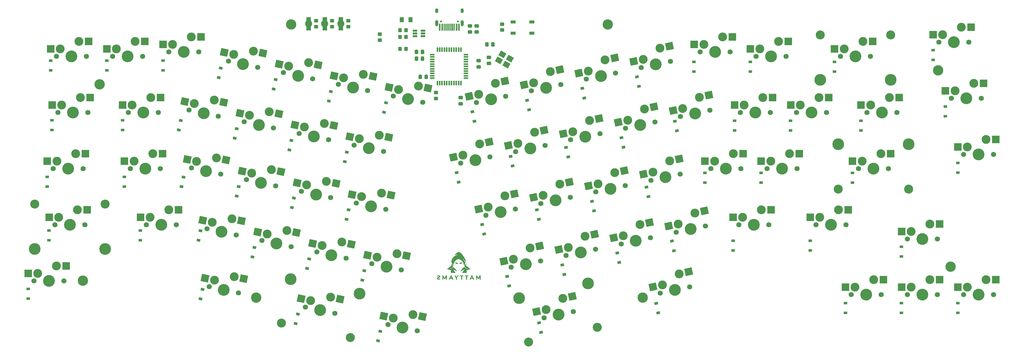
<source format=gbs>
%TF.GenerationSoftware,KiCad,Pcbnew,(5.99.0-11496-g396213fa30)*%
%TF.CreationDate,2021-07-23T07:47:41-04:00*%
%TF.ProjectId,arisutea-pcb,61726973-7574-4656-912d-7063622e6b69,0.4*%
%TF.SameCoordinates,Original*%
%TF.FileFunction,Soldermask,Bot*%
%TF.FilePolarity,Negative*%
%FSLAX46Y46*%
G04 Gerber Fmt 4.6, Leading zero omitted, Abs format (unit mm)*
G04 Created by KiCad (PCBNEW (5.99.0-11496-g396213fa30)) date 2021-07-23 07:47:41*
%MOMM*%
%LPD*%
G01*
G04 APERTURE LIST*
G04 Aperture macros list*
%AMRoundRect*
0 Rectangle with rounded corners*
0 $1 Rounding radius*
0 $2 $3 $4 $5 $6 $7 $8 $9 X,Y pos of 4 corners*
0 Add a 4 corners polygon primitive as box body*
4,1,4,$2,$3,$4,$5,$6,$7,$8,$9,$2,$3,0*
0 Add four circle primitives for the rounded corners*
1,1,$1+$1,$2,$3*
1,1,$1+$1,$4,$5*
1,1,$1+$1,$6,$7*
1,1,$1+$1,$8,$9*
0 Add four rect primitives between the rounded corners*
20,1,$1+$1,$2,$3,$4,$5,0*
20,1,$1+$1,$4,$5,$6,$7,0*
20,1,$1+$1,$6,$7,$8,$9,0*
20,1,$1+$1,$8,$9,$2,$3,0*%
%AMRotRect*
0 Rectangle, with rotation*
0 The origin of the aperture is its center*
0 $1 length*
0 $2 width*
0 $3 Rotation angle, in degrees counterclockwise*
0 Add horizontal line*
21,1,$1,$2,0,0,$3*%
G04 Aperture macros list end*
%ADD10C,0.010000*%
%ADD11C,2.400000*%
%ADD12C,3.500000*%
%ADD13C,1.750000*%
%ADD14C,4.000000*%
%ADD15C,3.000000*%
%ADD16R,2.550000X2.500000*%
%ADD17RotRect,2.550000X2.500000X348.000000*%
%ADD18C,3.987800*%
%ADD19C,3.048000*%
%ADD20RotRect,2.550000X2.500000X12.000000*%
%ADD21RoundRect,0.250000X-0.475000X0.337500X-0.475000X-0.337500X0.475000X-0.337500X0.475000X0.337500X0*%
%ADD22RoundRect,0.250000X-0.337500X-0.475000X0.337500X-0.475000X0.337500X0.475000X-0.337500X0.475000X0*%
%ADD23R,1.200000X0.900000*%
%ADD24RotRect,0.900000X1.200000X78.000000*%
%ADD25RotRect,0.900000X1.200000X102.000000*%
%ADD26RoundRect,0.250000X-0.350000X-0.450000X0.350000X-0.450000X0.350000X0.450000X-0.350000X0.450000X0*%
%ADD27RoundRect,0.250000X-0.450000X0.350000X-0.450000X-0.350000X0.450000X-0.350000X0.450000X0.350000X0*%
%ADD28R,1.560000X0.650000*%
%ADD29R,1.700000X1.000000*%
%ADD30RoundRect,0.250000X0.475000X-0.337500X0.475000X0.337500X-0.475000X0.337500X-0.475000X-0.337500X0*%
%ADD31RoundRect,0.250001X-0.462499X-0.624999X0.462499X-0.624999X0.462499X0.624999X-0.462499X0.624999X0*%
%ADD32RoundRect,0.250000X0.350000X0.450000X-0.350000X0.450000X-0.350000X-0.450000X0.350000X-0.450000X0*%
%ADD33RotRect,2.100000X1.800000X150.000000*%
%ADD34RoundRect,0.250000X0.337500X0.475000X-0.337500X0.475000X-0.337500X-0.475000X0.337500X-0.475000X0*%
%ADD35C,0.650000*%
%ADD36R,0.600000X2.450000*%
%ADD37R,0.300000X2.450000*%
%ADD38O,1.000000X1.600000*%
%ADD39O,1.000000X2.100000*%
%ADD40R,0.550000X1.500000*%
%ADD41R,1.500000X0.550000*%
G04 APERTURE END LIST*
D10*
X137959000Y-28606000D02*
X137959000Y-29886000D01*
X137959000Y-29886000D02*
X139409000Y-29886000D01*
X139409000Y-29886000D02*
X139409000Y-28606000D01*
X139409000Y-28606000D02*
X137959000Y-28606000D01*
G36*
X139409000Y-29886000D02*
G01*
X137959000Y-29886000D01*
X137959000Y-28606000D01*
X139409000Y-28606000D01*
X139409000Y-29886000D01*
G37*
X139409000Y-29886000D02*
X137959000Y-29886000D01*
X137959000Y-28606000D01*
X139409000Y-28606000D01*
X139409000Y-29886000D01*
X137959000Y-25486000D02*
X137959000Y-26766000D01*
X137959000Y-26766000D02*
X139409000Y-26766000D01*
X139409000Y-26766000D02*
X139409000Y-25486000D01*
X139409000Y-25486000D02*
X137959000Y-25486000D01*
G36*
X139409000Y-26766000D02*
G01*
X137959000Y-26766000D01*
X137959000Y-25486000D01*
X139409000Y-25486000D01*
X139409000Y-26766000D01*
G37*
X139409000Y-26766000D02*
X137959000Y-26766000D01*
X137959000Y-25486000D01*
X139409000Y-25486000D01*
X139409000Y-26766000D01*
X132498000Y-25486000D02*
X132498000Y-26766000D01*
X132498000Y-26766000D02*
X133948000Y-26766000D01*
X133948000Y-26766000D02*
X133948000Y-25486000D01*
X133948000Y-25486000D02*
X132498000Y-25486000D01*
G36*
X133948000Y-26766000D02*
G01*
X132498000Y-26766000D01*
X132498000Y-25486000D01*
X133948000Y-25486000D01*
X133948000Y-26766000D01*
G37*
X133948000Y-26766000D02*
X132498000Y-26766000D01*
X132498000Y-25486000D01*
X133948000Y-25486000D01*
X133948000Y-26766000D01*
X132498000Y-28606000D02*
X132498000Y-29886000D01*
X132498000Y-29886000D02*
X133948000Y-29886000D01*
X133948000Y-29886000D02*
X133948000Y-28606000D01*
X133948000Y-28606000D02*
X132498000Y-28606000D01*
G36*
X133948000Y-29886000D02*
G01*
X132498000Y-29886000D01*
X132498000Y-28606000D01*
X133948000Y-28606000D01*
X133948000Y-29886000D01*
G37*
X133948000Y-29886000D02*
X132498000Y-29886000D01*
X132498000Y-28606000D01*
X133948000Y-28606000D01*
X133948000Y-29886000D01*
X127037000Y-25486000D02*
X127037000Y-26766000D01*
X127037000Y-26766000D02*
X128487000Y-26766000D01*
X128487000Y-26766000D02*
X128487000Y-25486000D01*
X128487000Y-25486000D02*
X127037000Y-25486000D01*
G36*
X128487000Y-26766000D02*
G01*
X127037000Y-26766000D01*
X127037000Y-25486000D01*
X128487000Y-25486000D01*
X128487000Y-26766000D01*
G37*
X128487000Y-26766000D02*
X127037000Y-26766000D01*
X127037000Y-25486000D01*
X128487000Y-25486000D01*
X128487000Y-26766000D01*
X127037000Y-28606000D02*
X127037000Y-29886000D01*
X127037000Y-29886000D02*
X128487000Y-29886000D01*
X128487000Y-29886000D02*
X128487000Y-28606000D01*
X128487000Y-28606000D02*
X127037000Y-28606000D01*
G36*
X128487000Y-29886000D02*
G01*
X127037000Y-29886000D01*
X127037000Y-28606000D01*
X128487000Y-28606000D01*
X128487000Y-29886000D01*
G37*
X128487000Y-29886000D02*
X127037000Y-29886000D01*
X127037000Y-28606000D01*
X128487000Y-28606000D01*
X128487000Y-29886000D01*
X178225350Y-113094814D02*
X178035881Y-113412762D01*
X178035881Y-113412762D02*
X177846411Y-113730710D01*
X177846411Y-113730710D02*
X177807281Y-113667252D01*
X177807281Y-113667252D02*
X177789339Y-113637844D01*
X177789339Y-113637844D02*
X177760836Y-113590749D01*
X177760836Y-113590749D02*
X177724251Y-113530078D01*
X177724251Y-113530078D02*
X177682060Y-113459943D01*
X177682060Y-113459943D02*
X177636741Y-113384455D01*
X177636741Y-113384455D02*
X177615750Y-113349439D01*
X177615750Y-113349439D02*
X177463350Y-113095084D01*
X177463350Y-113095084D02*
X177339525Y-113094592D01*
X177339525Y-113094592D02*
X177286943Y-113095023D01*
X177286943Y-113095023D02*
X177245449Y-113096582D01*
X177245449Y-113096582D02*
X177220488Y-113098995D01*
X177220488Y-113098995D02*
X177215700Y-113100825D01*
X177215700Y-113100825D02*
X177222057Y-113112820D01*
X177222057Y-113112820D02*
X177240178Y-113144135D01*
X177240178Y-113144135D02*
X177268641Y-113192381D01*
X177268641Y-113192381D02*
X177306021Y-113255169D01*
X177306021Y-113255169D02*
X177350897Y-113330110D01*
X177350897Y-113330110D02*
X177401844Y-113414816D01*
X177401844Y-113414816D02*
X177457441Y-113506898D01*
X177457441Y-113506898D02*
X177469422Y-113526698D01*
X177469422Y-113526698D02*
X177723143Y-113945847D01*
X177723143Y-113945847D02*
X177726597Y-114183548D01*
X177726597Y-114183548D02*
X177730050Y-114421250D01*
X177730050Y-114421250D02*
X177844966Y-114424867D01*
X177844966Y-114424867D02*
X177896750Y-114425542D01*
X177896750Y-114425542D02*
X177938558Y-114424302D01*
X177938558Y-114424302D02*
X177964151Y-114421414D01*
X177964151Y-114421414D02*
X177968791Y-114419576D01*
X177968791Y-114419576D02*
X177971663Y-114404573D01*
X177971663Y-114404573D02*
X177974149Y-114368412D01*
X177974149Y-114368412D02*
X177976091Y-114315337D01*
X177976091Y-114315337D02*
X177977326Y-114249589D01*
X177977326Y-114249589D02*
X177977700Y-114184376D01*
X177977700Y-114184376D02*
X177977700Y-113958086D01*
X177977700Y-113958086D02*
X178233018Y-113535618D01*
X178233018Y-113535618D02*
X178289762Y-113441727D01*
X178289762Y-113441727D02*
X178342417Y-113354603D01*
X178342417Y-113354603D02*
X178389529Y-113276652D01*
X178389529Y-113276652D02*
X178429646Y-113210277D01*
X178429646Y-113210277D02*
X178461314Y-113157885D01*
X178461314Y-113157885D02*
X178483079Y-113121878D01*
X178483079Y-113121878D02*
X178493489Y-113104664D01*
X178493489Y-113104664D02*
X178494118Y-113103625D01*
X178494118Y-113103625D02*
X178484719Y-113099813D01*
X178484719Y-113099813D02*
X178454809Y-113096796D01*
X178454809Y-113096796D02*
X178409270Y-113094913D01*
X178409270Y-113094913D02*
X178362625Y-113094457D01*
X178362625Y-113094457D02*
X178225350Y-113094814D01*
X178225350Y-113094814D02*
X178225350Y-113094814D01*
G36*
X178409270Y-113094913D02*
G01*
X178454809Y-113096796D01*
X178484719Y-113099813D01*
X178494118Y-113103625D01*
X178493489Y-113104664D01*
X178483079Y-113121878D01*
X178461314Y-113157885D01*
X178429646Y-113210277D01*
X178389529Y-113276652D01*
X178342417Y-113354603D01*
X178289762Y-113441727D01*
X178233018Y-113535618D01*
X177977700Y-113958086D01*
X177977700Y-114184376D01*
X177977326Y-114249589D01*
X177976091Y-114315337D01*
X177974149Y-114368412D01*
X177971663Y-114404573D01*
X177968791Y-114419576D01*
X177964151Y-114421414D01*
X177938558Y-114424302D01*
X177896750Y-114425542D01*
X177844966Y-114424867D01*
X177730050Y-114421250D01*
X177726597Y-114183548D01*
X177723143Y-113945847D01*
X177469422Y-113526698D01*
X177457441Y-113506898D01*
X177401844Y-113414816D01*
X177350897Y-113330110D01*
X177306021Y-113255169D01*
X177268641Y-113192381D01*
X177240178Y-113144135D01*
X177222057Y-113112820D01*
X177215700Y-113100825D01*
X177220488Y-113098995D01*
X177245449Y-113096582D01*
X177286943Y-113095023D01*
X177339525Y-113094592D01*
X177463350Y-113095084D01*
X177615750Y-113349439D01*
X177636741Y-113384455D01*
X177682060Y-113459943D01*
X177724251Y-113530078D01*
X177760836Y-113590749D01*
X177789339Y-113637844D01*
X177807281Y-113667252D01*
X177846411Y-113730710D01*
X178035881Y-113412762D01*
X178225350Y-113094814D01*
X178362625Y-113094457D01*
X178409270Y-113094913D01*
G37*
X178409270Y-113094913D02*
X178454809Y-113096796D01*
X178484719Y-113099813D01*
X178494118Y-113103625D01*
X178493489Y-113104664D01*
X178483079Y-113121878D01*
X178461314Y-113157885D01*
X178429646Y-113210277D01*
X178389529Y-113276652D01*
X178342417Y-113354603D01*
X178289762Y-113441727D01*
X178233018Y-113535618D01*
X177977700Y-113958086D01*
X177977700Y-114184376D01*
X177977326Y-114249589D01*
X177976091Y-114315337D01*
X177974149Y-114368412D01*
X177971663Y-114404573D01*
X177968791Y-114419576D01*
X177964151Y-114421414D01*
X177938558Y-114424302D01*
X177896750Y-114425542D01*
X177844966Y-114424867D01*
X177730050Y-114421250D01*
X177726597Y-114183548D01*
X177723143Y-113945847D01*
X177469422Y-113526698D01*
X177457441Y-113506898D01*
X177401844Y-113414816D01*
X177350897Y-113330110D01*
X177306021Y-113255169D01*
X177268641Y-113192381D01*
X177240178Y-113144135D01*
X177222057Y-113112820D01*
X177215700Y-113100825D01*
X177220488Y-113098995D01*
X177245449Y-113096582D01*
X177286943Y-113095023D01*
X177339525Y-113094592D01*
X177463350Y-113095084D01*
X177615750Y-113349439D01*
X177636741Y-113384455D01*
X177682060Y-113459943D01*
X177724251Y-113530078D01*
X177760836Y-113590749D01*
X177789339Y-113637844D01*
X177807281Y-113667252D01*
X177846411Y-113730710D01*
X178035881Y-113412762D01*
X178225350Y-113094814D01*
X178362625Y-113094457D01*
X178409270Y-113094913D01*
X179031800Y-113310000D02*
X179463334Y-113310000D01*
X179463334Y-113310000D02*
X179469950Y-114421250D01*
X179469950Y-114421250D02*
X179593775Y-114424884D01*
X179593775Y-114424884D02*
X179717600Y-114428519D01*
X179717600Y-114428519D02*
X179717600Y-113310000D01*
X179717600Y-113310000D02*
X180162100Y-113310000D01*
X180162100Y-113310000D02*
X180162100Y-113094100D01*
X180162100Y-113094100D02*
X179031800Y-113094100D01*
X179031800Y-113094100D02*
X179031800Y-113310000D01*
X179031800Y-113310000D02*
X179031800Y-113310000D01*
G36*
X180162100Y-113310000D02*
G01*
X179717600Y-113310000D01*
X179717600Y-114428519D01*
X179593775Y-114424884D01*
X179469950Y-114421250D01*
X179463334Y-113310000D01*
X179031800Y-113310000D01*
X179031800Y-113094100D01*
X180162100Y-113094100D01*
X180162100Y-113310000D01*
G37*
X180162100Y-113310000D02*
X179717600Y-113310000D01*
X179717600Y-114428519D01*
X179593775Y-114424884D01*
X179469950Y-114421250D01*
X179463334Y-113310000D01*
X179031800Y-113310000D01*
X179031800Y-113094100D01*
X180162100Y-113094100D01*
X180162100Y-113310000D01*
X178428752Y-105206168D02*
X178308755Y-105253429D01*
X178308755Y-105253429D02*
X178282557Y-105267317D01*
X178282557Y-105267317D02*
X178185447Y-105324994D01*
X178185447Y-105324994D02*
X178077809Y-105395287D01*
X178077809Y-105395287D02*
X177967241Y-105473020D01*
X177967241Y-105473020D02*
X177861343Y-105553019D01*
X177861343Y-105553019D02*
X177850700Y-105561422D01*
X177850700Y-105561422D02*
X177797449Y-105605591D01*
X177797449Y-105605591D02*
X177737427Y-105658621D01*
X177737427Y-105658621D02*
X177673071Y-105718026D01*
X177673071Y-105718026D02*
X177606813Y-105781322D01*
X177606813Y-105781322D02*
X177541090Y-105846021D01*
X177541090Y-105846021D02*
X177478334Y-105909639D01*
X177478334Y-105909639D02*
X177420981Y-105969690D01*
X177420981Y-105969690D02*
X177371464Y-106023689D01*
X177371464Y-106023689D02*
X177332218Y-106069149D01*
X177332218Y-106069149D02*
X177305678Y-106103585D01*
X177305678Y-106103585D02*
X177294277Y-106124512D01*
X177294277Y-106124512D02*
X177294847Y-106128980D01*
X177294847Y-106128980D02*
X177308798Y-106127599D01*
X177308798Y-106127599D02*
X177340311Y-106118248D01*
X177340311Y-106118248D02*
X177383513Y-106102754D01*
X177383513Y-106102754D02*
X177400650Y-106096082D01*
X177400650Y-106096082D02*
X177560303Y-106042914D01*
X177560303Y-106042914D02*
X177731332Y-106004426D01*
X177731332Y-106004426D02*
X177905880Y-105981783D01*
X177905880Y-105981783D02*
X178076090Y-105976146D01*
X178076090Y-105976146D02*
X178174531Y-105981564D01*
X178174531Y-105981564D02*
X178228203Y-105987964D01*
X178228203Y-105987964D02*
X178291104Y-105997646D01*
X178291104Y-105997646D02*
X178358034Y-106009545D01*
X178358034Y-106009545D02*
X178423794Y-106022596D01*
X178423794Y-106022596D02*
X178483185Y-106035734D01*
X178483185Y-106035734D02*
X178531008Y-106047892D01*
X178531008Y-106047892D02*
X178562064Y-106058007D01*
X178562064Y-106058007D02*
X178570531Y-106062696D01*
X178570531Y-106062696D02*
X178562019Y-106066873D01*
X178562019Y-106066873D02*
X178534894Y-106072423D01*
X178534894Y-106072423D02*
X178508350Y-106076349D01*
X178508350Y-106076349D02*
X178433169Y-106088790D01*
X178433169Y-106088790D02*
X178340996Y-106108222D01*
X178340996Y-106108222D02*
X178238711Y-106132954D01*
X178238711Y-106132954D02*
X178133192Y-106161294D01*
X178133192Y-106161294D02*
X178031317Y-106191552D01*
X178031317Y-106191552D02*
X178003100Y-106200553D01*
X178003100Y-106200553D02*
X177727501Y-106302683D01*
X177727501Y-106302683D02*
X177466621Y-106425235D01*
X177466621Y-106425235D02*
X177220832Y-106567992D01*
X177220832Y-106567992D02*
X176990506Y-106730738D01*
X176990506Y-106730738D02*
X176776834Y-106912496D01*
X176776834Y-106912496D02*
X176746419Y-106941458D01*
X176746419Y-106941458D02*
X176721278Y-106967852D01*
X176721278Y-106967852D02*
X176698889Y-106995587D01*
X176698889Y-106995587D02*
X176676730Y-107028578D01*
X176676730Y-107028578D02*
X176652278Y-107070737D01*
X176652278Y-107070737D02*
X176623014Y-107125976D01*
X176623014Y-107125976D02*
X176586414Y-107198207D01*
X176586414Y-107198207D02*
X176564790Y-107241488D01*
X176564790Y-107241488D02*
X176457815Y-107467088D01*
X176457815Y-107467088D02*
X176367774Y-107681900D01*
X176367774Y-107681900D02*
X176292514Y-107891895D01*
X176292514Y-107891895D02*
X176229884Y-108103046D01*
X176229884Y-108103046D02*
X176180500Y-108308409D01*
X176180500Y-108308409D02*
X176159481Y-108405868D01*
X176159481Y-108405868D02*
X176416590Y-109130734D01*
X176416590Y-109130734D02*
X176462590Y-109260056D01*
X176462590Y-109260056D02*
X176506215Y-109381992D01*
X176506215Y-109381992D02*
X176546710Y-109494482D01*
X176546710Y-109494482D02*
X176583320Y-109595463D01*
X176583320Y-109595463D02*
X176615293Y-109682873D01*
X176615293Y-109682873D02*
X176641873Y-109754652D01*
X176641873Y-109754652D02*
X176662307Y-109808738D01*
X176662307Y-109808738D02*
X176675840Y-109843068D01*
X176675840Y-109843068D02*
X176681717Y-109855582D01*
X176681717Y-109855582D02*
X176681780Y-109855600D01*
X176681780Y-109855600D02*
X176686694Y-109843880D01*
X176686694Y-109843880D02*
X176693387Y-109812333D01*
X176693387Y-109812333D02*
X176700820Y-109766372D01*
X176700820Y-109766372D02*
X176705386Y-109732683D01*
X176705386Y-109732683D02*
X176739179Y-109533329D01*
X176739179Y-109533329D02*
X176790476Y-109324503D01*
X176790476Y-109324503D02*
X176857069Y-109112752D01*
X176857069Y-109112752D02*
X176936748Y-108904622D01*
X176936748Y-108904622D02*
X177027305Y-108706660D01*
X177027305Y-108706660D02*
X177093649Y-108581763D01*
X177093649Y-108581763D02*
X177224468Y-108374292D01*
X177224468Y-108374292D02*
X177370946Y-108186467D01*
X177370946Y-108186467D02*
X177532671Y-108018632D01*
X177532671Y-108018632D02*
X177709229Y-107871131D01*
X177709229Y-107871131D02*
X177900208Y-107744309D01*
X177900208Y-107744309D02*
X178105193Y-107638507D01*
X178105193Y-107638507D02*
X178323773Y-107554071D01*
X178323773Y-107554071D02*
X178332697Y-107551174D01*
X178332697Y-107551174D02*
X178438628Y-107521704D01*
X178438628Y-107521704D02*
X178536075Y-107505779D01*
X178536075Y-107505779D02*
X178630979Y-107503658D01*
X178630979Y-107503658D02*
X178729281Y-107515601D01*
X178729281Y-107515601D02*
X178836921Y-107541868D01*
X178836921Y-107541868D02*
X178946811Y-107578012D01*
X178946811Y-107578012D02*
X179151759Y-107664843D01*
X179151759Y-107664843D02*
X179346255Y-107774262D01*
X179346255Y-107774262D02*
X179529280Y-107905273D01*
X179529280Y-107905273D02*
X179699816Y-108056883D01*
X179699816Y-108056883D02*
X179856844Y-108228095D01*
X179856844Y-108228095D02*
X179999346Y-108417915D01*
X179999346Y-108417915D02*
X180126303Y-108625347D01*
X180126303Y-108625347D02*
X180227936Y-108829628D01*
X180227936Y-108829628D02*
X180297850Y-109001504D01*
X180297850Y-109001504D02*
X180362097Y-109190040D01*
X180362097Y-109190040D02*
X180418254Y-109386701D01*
X180418254Y-109386701D02*
X180463903Y-109582956D01*
X180463903Y-109582956D02*
X180496620Y-109770270D01*
X180496620Y-109770270D02*
X180498328Y-109782575D01*
X180498328Y-109782575D02*
X180504988Y-109817685D01*
X180504988Y-109817685D02*
X180512716Y-109839436D01*
X180512716Y-109839436D02*
X180516503Y-109842900D01*
X180516503Y-109842900D02*
X180522709Y-109831322D01*
X180522709Y-109831322D02*
X180536388Y-109798229D01*
X180536388Y-109798229D02*
X180556621Y-109746077D01*
X180556621Y-109746077D02*
X180582489Y-109677325D01*
X180582489Y-109677325D02*
X180613074Y-109594429D01*
X180613074Y-109594429D02*
X180647458Y-109499848D01*
X180647458Y-109499848D02*
X180684720Y-109396039D01*
X180684720Y-109396039D02*
X180707565Y-109331794D01*
X180707565Y-109331794D02*
X180888681Y-108820688D01*
X180888681Y-108820688D02*
X180866732Y-108750769D01*
X180866732Y-108750769D02*
X180832328Y-108661530D01*
X180832328Y-108661530D02*
X180781635Y-108558781D01*
X180781635Y-108558781D02*
X180716948Y-108446325D01*
X180716948Y-108446325D02*
X180640561Y-108327967D01*
X180640561Y-108327967D02*
X180554768Y-108207511D01*
X180554768Y-108207511D02*
X180483722Y-108115700D01*
X180483722Y-108115700D02*
X180437929Y-108061487D01*
X180437929Y-108061487D02*
X180377371Y-107994010D01*
X180377371Y-107994010D02*
X180305933Y-107917255D01*
X180305933Y-107917255D02*
X180227496Y-107835203D01*
X180227496Y-107835203D02*
X180145945Y-107751840D01*
X180145945Y-107751840D02*
X180065161Y-107671148D01*
X180065161Y-107671148D02*
X179989027Y-107597111D01*
X179989027Y-107597111D02*
X179921427Y-107533714D01*
X179921427Y-107533714D02*
X179882642Y-107498999D01*
X179882642Y-107498999D02*
X179838954Y-107460135D01*
X179838954Y-107460135D02*
X179803973Y-107427470D01*
X179803973Y-107427470D02*
X179781234Y-107404419D01*
X179781234Y-107404419D02*
X179774272Y-107394396D01*
X179774272Y-107394396D02*
X179774288Y-107394379D01*
X179774288Y-107394379D02*
X179790091Y-107394094D01*
X179790091Y-107394094D02*
X179823970Y-107402071D01*
X179823970Y-107402071D02*
X179870680Y-107416500D01*
X179870680Y-107416500D02*
X179924978Y-107435576D01*
X179924978Y-107435576D02*
X179981619Y-107457488D01*
X179981619Y-107457488D02*
X180035361Y-107480430D01*
X180035361Y-107480430D02*
X180066314Y-107495067D01*
X180066314Y-107495067D02*
X180226303Y-107586386D01*
X180226303Y-107586386D02*
X180386661Y-107700716D01*
X180386661Y-107700716D02*
X180544627Y-107835866D01*
X180544627Y-107835866D02*
X180697444Y-107989639D01*
X180697444Y-107989639D02*
X180721603Y-108016237D01*
X180721603Y-108016237D02*
X180771670Y-108073524D01*
X180771670Y-108073524D02*
X180824421Y-108136392D01*
X180824421Y-108136392D02*
X180876283Y-108200326D01*
X180876283Y-108200326D02*
X180923682Y-108260809D01*
X180923682Y-108260809D02*
X180963044Y-108313328D01*
X180963044Y-108313328D02*
X180990796Y-108353367D01*
X180990796Y-108353367D02*
X180998595Y-108366202D01*
X180998595Y-108366202D02*
X181012194Y-108384558D01*
X181012194Y-108384558D02*
X181019044Y-108379892D01*
X181019044Y-108379892D02*
X181019186Y-108353657D01*
X181019186Y-108353657D02*
X181012660Y-108307306D01*
X181012660Y-108307306D02*
X180999505Y-108242292D01*
X180999505Y-108242292D02*
X180994593Y-108220742D01*
X180994593Y-108220742D02*
X180925675Y-107967807D01*
X180925675Y-107967807D02*
X180835496Y-107707090D01*
X180835496Y-107707090D02*
X180725700Y-107441781D01*
X180725700Y-107441781D02*
X180597933Y-107175070D01*
X180597933Y-107175070D02*
X180453842Y-106910146D01*
X180453842Y-106910146D02*
X180295073Y-106650199D01*
X180295073Y-106650199D02*
X180123271Y-106398418D01*
X180123271Y-106398418D02*
X179940082Y-106157993D01*
X179940082Y-106157993D02*
X179912907Y-106124550D01*
X179912907Y-106124550D02*
X179843649Y-106043922D01*
X179843649Y-106043922D02*
X179761265Y-105954315D01*
X179761265Y-105954315D02*
X179670911Y-105860871D01*
X179670911Y-105860871D02*
X179577741Y-105768733D01*
X179577741Y-105768733D02*
X179486910Y-105683043D01*
X179486910Y-105683043D02*
X179403575Y-105608943D01*
X179403575Y-105608943D02*
X179358451Y-105571492D01*
X179358451Y-105571492D02*
X179258945Y-105494959D01*
X179258945Y-105494959D02*
X179152302Y-105418429D01*
X179152302Y-105418429D02*
X179046041Y-105347060D01*
X179046041Y-105347060D02*
X178947682Y-105286006D01*
X178947682Y-105286006D02*
X178912601Y-105265832D01*
X178912601Y-105265832D02*
X178794714Y-105213601D01*
X178794714Y-105213601D02*
X178673558Y-105186250D01*
X178673558Y-105186250D02*
X178550962Y-105183774D01*
X178550962Y-105183774D02*
X178428752Y-105206168D01*
X178428752Y-105206168D02*
X178428752Y-105206168D01*
G36*
X178673558Y-105186250D02*
G01*
X178794714Y-105213601D01*
X178912601Y-105265832D01*
X178947682Y-105286006D01*
X179046041Y-105347060D01*
X179152302Y-105418429D01*
X179258945Y-105494959D01*
X179358451Y-105571492D01*
X179403575Y-105608943D01*
X179486910Y-105683043D01*
X179577741Y-105768733D01*
X179670911Y-105860871D01*
X179761265Y-105954315D01*
X179843649Y-106043922D01*
X179912907Y-106124550D01*
X179940082Y-106157993D01*
X180123271Y-106398418D01*
X180295073Y-106650199D01*
X180453842Y-106910146D01*
X180597933Y-107175070D01*
X180725700Y-107441781D01*
X180835496Y-107707090D01*
X180925675Y-107967807D01*
X180994593Y-108220742D01*
X180999505Y-108242292D01*
X181012660Y-108307306D01*
X181019186Y-108353657D01*
X181019044Y-108379892D01*
X181012194Y-108384558D01*
X180998595Y-108366202D01*
X180990796Y-108353367D01*
X180963044Y-108313328D01*
X180923682Y-108260809D01*
X180876283Y-108200326D01*
X180824421Y-108136392D01*
X180771670Y-108073524D01*
X180721603Y-108016237D01*
X180697444Y-107989639D01*
X180544627Y-107835866D01*
X180386661Y-107700716D01*
X180226303Y-107586386D01*
X180066314Y-107495067D01*
X180035361Y-107480430D01*
X179981619Y-107457488D01*
X179924978Y-107435576D01*
X179870680Y-107416500D01*
X179823970Y-107402071D01*
X179790091Y-107394094D01*
X179774288Y-107394379D01*
X179774272Y-107394396D01*
X179781234Y-107404419D01*
X179803973Y-107427470D01*
X179838954Y-107460135D01*
X179882642Y-107498999D01*
X179921427Y-107533714D01*
X179989027Y-107597111D01*
X180065161Y-107671148D01*
X180145945Y-107751840D01*
X180227496Y-107835203D01*
X180305933Y-107917255D01*
X180377371Y-107994010D01*
X180437929Y-108061487D01*
X180483722Y-108115700D01*
X180554768Y-108207511D01*
X180640561Y-108327967D01*
X180716948Y-108446325D01*
X180781635Y-108558781D01*
X180832328Y-108661530D01*
X180866732Y-108750769D01*
X180888681Y-108820688D01*
X180707565Y-109331794D01*
X180684720Y-109396039D01*
X180647458Y-109499848D01*
X180613074Y-109594429D01*
X180582489Y-109677325D01*
X180556621Y-109746077D01*
X180536388Y-109798229D01*
X180522709Y-109831322D01*
X180516503Y-109842900D01*
X180512716Y-109839436D01*
X180504988Y-109817685D01*
X180498328Y-109782575D01*
X180496620Y-109770270D01*
X180463903Y-109582956D01*
X180418254Y-109386701D01*
X180362097Y-109190040D01*
X180297850Y-109001504D01*
X180227936Y-108829628D01*
X180126303Y-108625347D01*
X179999346Y-108417915D01*
X179856844Y-108228095D01*
X179699816Y-108056883D01*
X179529280Y-107905273D01*
X179346255Y-107774262D01*
X179151759Y-107664843D01*
X178946811Y-107578012D01*
X178836921Y-107541868D01*
X178729281Y-107515601D01*
X178630979Y-107503658D01*
X178536075Y-107505779D01*
X178438628Y-107521704D01*
X178332697Y-107551174D01*
X178323773Y-107554071D01*
X178105193Y-107638507D01*
X177900208Y-107744309D01*
X177709229Y-107871131D01*
X177532671Y-108018632D01*
X177370946Y-108186467D01*
X177224468Y-108374292D01*
X177093649Y-108581763D01*
X177027305Y-108706660D01*
X176936748Y-108904622D01*
X176857069Y-109112752D01*
X176790476Y-109324503D01*
X176739179Y-109533329D01*
X176705386Y-109732683D01*
X176700820Y-109766372D01*
X176693387Y-109812333D01*
X176686694Y-109843880D01*
X176681780Y-109855600D01*
X176681717Y-109855582D01*
X176675840Y-109843068D01*
X176662307Y-109808738D01*
X176641873Y-109754652D01*
X176615293Y-109682873D01*
X176583320Y-109595463D01*
X176546710Y-109494482D01*
X176506215Y-109381992D01*
X176462590Y-109260056D01*
X176416590Y-109130734D01*
X176159481Y-108405868D01*
X176180500Y-108308409D01*
X176229884Y-108103046D01*
X176292514Y-107891895D01*
X176367774Y-107681900D01*
X176457815Y-107467088D01*
X176564790Y-107241488D01*
X176586414Y-107198207D01*
X176623014Y-107125976D01*
X176652278Y-107070737D01*
X176676730Y-107028578D01*
X176698889Y-106995587D01*
X176721278Y-106967852D01*
X176746419Y-106941458D01*
X176776834Y-106912496D01*
X176990506Y-106730738D01*
X177220832Y-106567992D01*
X177466621Y-106425235D01*
X177727501Y-106302683D01*
X178003100Y-106200553D01*
X178031317Y-106191552D01*
X178133192Y-106161294D01*
X178238711Y-106132954D01*
X178340996Y-106108222D01*
X178433169Y-106088790D01*
X178508350Y-106076349D01*
X178534894Y-106072423D01*
X178562019Y-106066873D01*
X178570531Y-106062696D01*
X178562064Y-106058007D01*
X178531008Y-106047892D01*
X178483185Y-106035734D01*
X178423794Y-106022596D01*
X178358034Y-106009545D01*
X178291104Y-105997646D01*
X178228203Y-105987964D01*
X178174531Y-105981564D01*
X178076090Y-105976146D01*
X177905880Y-105981783D01*
X177731332Y-106004426D01*
X177560303Y-106042914D01*
X177400650Y-106096082D01*
X177383513Y-106102754D01*
X177340311Y-106118248D01*
X177308798Y-106127599D01*
X177294847Y-106128980D01*
X177294277Y-106124512D01*
X177305678Y-106103585D01*
X177332218Y-106069149D01*
X177371464Y-106023689D01*
X177420981Y-105969690D01*
X177478334Y-105909639D01*
X177541090Y-105846021D01*
X177606813Y-105781322D01*
X177673071Y-105718026D01*
X177737427Y-105658621D01*
X177797449Y-105605591D01*
X177850700Y-105561422D01*
X177861343Y-105553019D01*
X177967241Y-105473020D01*
X178077809Y-105395287D01*
X178185447Y-105324994D01*
X178282557Y-105267317D01*
X178308755Y-105253429D01*
X178428752Y-105206168D01*
X178550962Y-105183774D01*
X178673558Y-105186250D01*
G37*
X178673558Y-105186250D02*
X178794714Y-105213601D01*
X178912601Y-105265832D01*
X178947682Y-105286006D01*
X179046041Y-105347060D01*
X179152302Y-105418429D01*
X179258945Y-105494959D01*
X179358451Y-105571492D01*
X179403575Y-105608943D01*
X179486910Y-105683043D01*
X179577741Y-105768733D01*
X179670911Y-105860871D01*
X179761265Y-105954315D01*
X179843649Y-106043922D01*
X179912907Y-106124550D01*
X179940082Y-106157993D01*
X180123271Y-106398418D01*
X180295073Y-106650199D01*
X180453842Y-106910146D01*
X180597933Y-107175070D01*
X180725700Y-107441781D01*
X180835496Y-107707090D01*
X180925675Y-107967807D01*
X180994593Y-108220742D01*
X180999505Y-108242292D01*
X181012660Y-108307306D01*
X181019186Y-108353657D01*
X181019044Y-108379892D01*
X181012194Y-108384558D01*
X180998595Y-108366202D01*
X180990796Y-108353367D01*
X180963044Y-108313328D01*
X180923682Y-108260809D01*
X180876283Y-108200326D01*
X180824421Y-108136392D01*
X180771670Y-108073524D01*
X180721603Y-108016237D01*
X180697444Y-107989639D01*
X180544627Y-107835866D01*
X180386661Y-107700716D01*
X180226303Y-107586386D01*
X180066314Y-107495067D01*
X180035361Y-107480430D01*
X179981619Y-107457488D01*
X179924978Y-107435576D01*
X179870680Y-107416500D01*
X179823970Y-107402071D01*
X179790091Y-107394094D01*
X179774288Y-107394379D01*
X179774272Y-107394396D01*
X179781234Y-107404419D01*
X179803973Y-107427470D01*
X179838954Y-107460135D01*
X179882642Y-107498999D01*
X179921427Y-107533714D01*
X179989027Y-107597111D01*
X180065161Y-107671148D01*
X180145945Y-107751840D01*
X180227496Y-107835203D01*
X180305933Y-107917255D01*
X180377371Y-107994010D01*
X180437929Y-108061487D01*
X180483722Y-108115700D01*
X180554768Y-108207511D01*
X180640561Y-108327967D01*
X180716948Y-108446325D01*
X180781635Y-108558781D01*
X180832328Y-108661530D01*
X180866732Y-108750769D01*
X180888681Y-108820688D01*
X180707565Y-109331794D01*
X180684720Y-109396039D01*
X180647458Y-109499848D01*
X180613074Y-109594429D01*
X180582489Y-109677325D01*
X180556621Y-109746077D01*
X180536388Y-109798229D01*
X180522709Y-109831322D01*
X180516503Y-109842900D01*
X180512716Y-109839436D01*
X180504988Y-109817685D01*
X180498328Y-109782575D01*
X180496620Y-109770270D01*
X180463903Y-109582956D01*
X180418254Y-109386701D01*
X180362097Y-109190040D01*
X180297850Y-109001504D01*
X180227936Y-108829628D01*
X180126303Y-108625347D01*
X179999346Y-108417915D01*
X179856844Y-108228095D01*
X179699816Y-108056883D01*
X179529280Y-107905273D01*
X179346255Y-107774262D01*
X179151759Y-107664843D01*
X178946811Y-107578012D01*
X178836921Y-107541868D01*
X178729281Y-107515601D01*
X178630979Y-107503658D01*
X178536075Y-107505779D01*
X178438628Y-107521704D01*
X178332697Y-107551174D01*
X178323773Y-107554071D01*
X178105193Y-107638507D01*
X177900208Y-107744309D01*
X177709229Y-107871131D01*
X177532671Y-108018632D01*
X177370946Y-108186467D01*
X177224468Y-108374292D01*
X177093649Y-108581763D01*
X177027305Y-108706660D01*
X176936748Y-108904622D01*
X176857069Y-109112752D01*
X176790476Y-109324503D01*
X176739179Y-109533329D01*
X176705386Y-109732683D01*
X176700820Y-109766372D01*
X176693387Y-109812333D01*
X176686694Y-109843880D01*
X176681780Y-109855600D01*
X176681717Y-109855582D01*
X176675840Y-109843068D01*
X176662307Y-109808738D01*
X176641873Y-109754652D01*
X176615293Y-109682873D01*
X176583320Y-109595463D01*
X176546710Y-109494482D01*
X176506215Y-109381992D01*
X176462590Y-109260056D01*
X176416590Y-109130734D01*
X176159481Y-108405868D01*
X176180500Y-108308409D01*
X176229884Y-108103046D01*
X176292514Y-107891895D01*
X176367774Y-107681900D01*
X176457815Y-107467088D01*
X176564790Y-107241488D01*
X176586414Y-107198207D01*
X176623014Y-107125976D01*
X176652278Y-107070737D01*
X176676730Y-107028578D01*
X176698889Y-106995587D01*
X176721278Y-106967852D01*
X176746419Y-106941458D01*
X176776834Y-106912496D01*
X176990506Y-106730738D01*
X177220832Y-106567992D01*
X177466621Y-106425235D01*
X177727501Y-106302683D01*
X178003100Y-106200553D01*
X178031317Y-106191552D01*
X178133192Y-106161294D01*
X178238711Y-106132954D01*
X178340996Y-106108222D01*
X178433169Y-106088790D01*
X178508350Y-106076349D01*
X178534894Y-106072423D01*
X178562019Y-106066873D01*
X178570531Y-106062696D01*
X178562064Y-106058007D01*
X178531008Y-106047892D01*
X178483185Y-106035734D01*
X178423794Y-106022596D01*
X178358034Y-106009545D01*
X178291104Y-105997646D01*
X178228203Y-105987964D01*
X178174531Y-105981564D01*
X178076090Y-105976146D01*
X177905880Y-105981783D01*
X177731332Y-106004426D01*
X177560303Y-106042914D01*
X177400650Y-106096082D01*
X177383513Y-106102754D01*
X177340311Y-106118248D01*
X177308798Y-106127599D01*
X177294847Y-106128980D01*
X177294277Y-106124512D01*
X177305678Y-106103585D01*
X177332218Y-106069149D01*
X177371464Y-106023689D01*
X177420981Y-105969690D01*
X177478334Y-105909639D01*
X177541090Y-105846021D01*
X177606813Y-105781322D01*
X177673071Y-105718026D01*
X177737427Y-105658621D01*
X177797449Y-105605591D01*
X177850700Y-105561422D01*
X177861343Y-105553019D01*
X177967241Y-105473020D01*
X178077809Y-105395287D01*
X178185447Y-105324994D01*
X178282557Y-105267317D01*
X178308755Y-105253429D01*
X178428752Y-105206168D01*
X178550962Y-105183774D01*
X178673558Y-105186250D01*
X175609486Y-113754500D02*
X175555032Y-113875421D01*
X175555032Y-113875421D02*
X175504016Y-113989429D01*
X175504016Y-113989429D02*
X175457354Y-114094425D01*
X175457354Y-114094425D02*
X175415963Y-114188311D01*
X175415963Y-114188311D02*
X175380760Y-114268991D01*
X175380760Y-114268991D02*
X175352660Y-114334367D01*
X175352660Y-114334367D02*
X175332582Y-114382340D01*
X175332582Y-114382340D02*
X175321441Y-114410814D01*
X175321441Y-114410814D02*
X175319474Y-114418075D01*
X175319474Y-114418075D02*
X175333715Y-114422203D01*
X175333715Y-114422203D02*
X175367474Y-114425429D01*
X175367474Y-114425429D02*
X175414870Y-114427305D01*
X175414870Y-114427305D02*
X175444507Y-114427600D01*
X175444507Y-114427600D02*
X175493068Y-114427762D01*
X175493068Y-114427762D02*
X175528613Y-114426060D01*
X175528613Y-114426060D02*
X175554808Y-114419213D01*
X175554808Y-114419213D02*
X175575322Y-114403938D01*
X175575322Y-114403938D02*
X175593822Y-114376952D01*
X175593822Y-114376952D02*
X175613976Y-114334975D01*
X175613976Y-114334975D02*
X175639451Y-114274723D01*
X175639451Y-114274723D02*
X175653838Y-114240275D01*
X175653838Y-114240275D02*
X175708454Y-114110100D01*
X175708454Y-114110100D02*
X176362419Y-114110100D01*
X176362419Y-114110100D02*
X176422362Y-114252975D01*
X176422362Y-114252975D02*
X176446628Y-114309688D01*
X176446628Y-114309688D02*
X176468402Y-114358519D01*
X176468402Y-114358519D02*
X176485303Y-114394263D01*
X176485303Y-114394263D02*
X176494952Y-114411717D01*
X176494952Y-114411717D02*
X176494958Y-114411725D01*
X176494958Y-114411725D02*
X176515469Y-114420664D01*
X176515469Y-114420664D02*
X176560134Y-114425934D01*
X176560134Y-114425934D02*
X176626706Y-114427600D01*
X176626706Y-114427600D02*
X176686954Y-114426539D01*
X176686954Y-114426539D02*
X176724758Y-114423100D01*
X176724758Y-114423100D02*
X176742996Y-114416899D01*
X176742996Y-114416899D02*
X176745744Y-114411725D01*
X176745744Y-114411725D02*
X176740656Y-114397488D01*
X176740656Y-114397488D02*
X176726038Y-114362249D01*
X176726038Y-114362249D02*
X176702829Y-114308145D01*
X176702829Y-114308145D02*
X176671970Y-114237315D01*
X176671970Y-114237315D02*
X176634400Y-114151898D01*
X176634400Y-114151898D02*
X176591059Y-114054033D01*
X176591059Y-114054033D02*
X176542885Y-113945858D01*
X176542885Y-113945858D02*
X176525451Y-113906900D01*
X176525451Y-113906900D02*
X176274937Y-113906900D01*
X176274937Y-113906900D02*
X175795825Y-113906900D01*
X175795825Y-113906900D02*
X175912038Y-113634110D01*
X175912038Y-113634110D02*
X175945168Y-113556983D01*
X175945168Y-113556983D02*
X175975201Y-113488289D01*
X175975201Y-113488289D02*
X176000671Y-113431279D01*
X176000671Y-113431279D02*
X176020114Y-113389203D01*
X176020114Y-113389203D02*
X176032064Y-113365314D01*
X176032064Y-113365314D02*
X176035046Y-113361060D01*
X176035046Y-113361060D02*
X176042150Y-113371998D01*
X176042150Y-113371998D02*
X176057085Y-113402252D01*
X176057085Y-113402252D02*
X176077921Y-113447687D01*
X176077921Y-113447687D02*
X176102729Y-113504166D01*
X176102729Y-113504166D02*
X176113398Y-113529075D01*
X176113398Y-113529075D02*
X176144001Y-113600966D01*
X176144001Y-113600966D02*
X176175724Y-113675354D01*
X176175724Y-113675354D02*
X176204993Y-113743868D01*
X176204993Y-113743868D02*
X176228236Y-113798142D01*
X176228236Y-113798142D02*
X176229946Y-113802125D01*
X176229946Y-113802125D02*
X176274937Y-113906900D01*
X176274937Y-113906900D02*
X176525451Y-113906900D01*
X176525451Y-113906900D02*
X176490818Y-113829513D01*
X176490818Y-113829513D02*
X176454266Y-113748150D01*
X176454266Y-113748150D02*
X176162843Y-113100450D01*
X176162843Y-113100450D02*
X175904923Y-113100450D01*
X175904923Y-113100450D02*
X175609486Y-113754500D01*
X175609486Y-113754500D02*
X175609486Y-113754500D01*
G36*
X176591059Y-114054033D02*
G01*
X176634400Y-114151898D01*
X176671970Y-114237315D01*
X176702829Y-114308145D01*
X176726038Y-114362249D01*
X176740656Y-114397488D01*
X176745744Y-114411725D01*
X176742996Y-114416899D01*
X176724758Y-114423100D01*
X176686954Y-114426539D01*
X176626706Y-114427600D01*
X176560134Y-114425934D01*
X176515469Y-114420664D01*
X176494958Y-114411725D01*
X176494952Y-114411717D01*
X176485303Y-114394263D01*
X176468402Y-114358519D01*
X176446628Y-114309688D01*
X176422362Y-114252975D01*
X176362419Y-114110100D01*
X175708454Y-114110100D01*
X175653838Y-114240275D01*
X175639451Y-114274723D01*
X175613976Y-114334975D01*
X175593822Y-114376952D01*
X175575322Y-114403938D01*
X175554808Y-114419213D01*
X175528613Y-114426060D01*
X175493068Y-114427762D01*
X175444507Y-114427600D01*
X175414870Y-114427305D01*
X175367474Y-114425429D01*
X175333715Y-114422203D01*
X175319474Y-114418075D01*
X175321441Y-114410814D01*
X175332582Y-114382340D01*
X175352660Y-114334367D01*
X175380760Y-114268991D01*
X175415963Y-114188311D01*
X175457354Y-114094425D01*
X175504016Y-113989429D01*
X175540946Y-113906900D01*
X175795825Y-113906900D01*
X176274937Y-113906900D01*
X176229946Y-113802125D01*
X176228236Y-113798142D01*
X176204993Y-113743868D01*
X176175724Y-113675354D01*
X176144001Y-113600966D01*
X176113398Y-113529075D01*
X176102729Y-113504166D01*
X176077921Y-113447687D01*
X176057085Y-113402252D01*
X176042150Y-113371998D01*
X176035046Y-113361060D01*
X176032064Y-113365314D01*
X176020114Y-113389203D01*
X176000671Y-113431279D01*
X175975201Y-113488289D01*
X175945168Y-113556983D01*
X175912038Y-113634110D01*
X175795825Y-113906900D01*
X175540946Y-113906900D01*
X175555032Y-113875421D01*
X175609486Y-113754500D01*
X175904923Y-113100450D01*
X176162843Y-113100450D01*
X176454266Y-113748150D01*
X176490818Y-113829513D01*
X176525451Y-113906900D01*
X176542885Y-113945858D01*
X176591059Y-114054033D01*
G37*
X176591059Y-114054033D02*
X176634400Y-114151898D01*
X176671970Y-114237315D01*
X176702829Y-114308145D01*
X176726038Y-114362249D01*
X176740656Y-114397488D01*
X176745744Y-114411725D01*
X176742996Y-114416899D01*
X176724758Y-114423100D01*
X176686954Y-114426539D01*
X176626706Y-114427600D01*
X176560134Y-114425934D01*
X176515469Y-114420664D01*
X176494958Y-114411725D01*
X176494952Y-114411717D01*
X176485303Y-114394263D01*
X176468402Y-114358519D01*
X176446628Y-114309688D01*
X176422362Y-114252975D01*
X176362419Y-114110100D01*
X175708454Y-114110100D01*
X175653838Y-114240275D01*
X175639451Y-114274723D01*
X175613976Y-114334975D01*
X175593822Y-114376952D01*
X175575322Y-114403938D01*
X175554808Y-114419213D01*
X175528613Y-114426060D01*
X175493068Y-114427762D01*
X175444507Y-114427600D01*
X175414870Y-114427305D01*
X175367474Y-114425429D01*
X175333715Y-114422203D01*
X175319474Y-114418075D01*
X175321441Y-114410814D01*
X175332582Y-114382340D01*
X175352660Y-114334367D01*
X175380760Y-114268991D01*
X175415963Y-114188311D01*
X175457354Y-114094425D01*
X175504016Y-113989429D01*
X175540946Y-113906900D01*
X175795825Y-113906900D01*
X176274937Y-113906900D01*
X176229946Y-113802125D01*
X176228236Y-113798142D01*
X176204993Y-113743868D01*
X176175724Y-113675354D01*
X176144001Y-113600966D01*
X176113398Y-113529075D01*
X176102729Y-113504166D01*
X176077921Y-113447687D01*
X176057085Y-113402252D01*
X176042150Y-113371998D01*
X176035046Y-113361060D01*
X176032064Y-113365314D01*
X176020114Y-113389203D01*
X176000671Y-113431279D01*
X175975201Y-113488289D01*
X175945168Y-113556983D01*
X175912038Y-113634110D01*
X175795825Y-113906900D01*
X175540946Y-113906900D01*
X175555032Y-113875421D01*
X175609486Y-113754500D01*
X175904923Y-113100450D01*
X176162843Y-113100450D01*
X176454266Y-113748150D01*
X176490818Y-113829513D01*
X176525451Y-113906900D01*
X176542885Y-113945858D01*
X176591059Y-114054033D01*
X179717757Y-108683162D02*
X179674457Y-108688973D01*
X179674457Y-108688973D02*
X179620592Y-108699234D01*
X179620592Y-108699234D02*
X179584250Y-108707527D01*
X179584250Y-108707527D02*
X179495192Y-108727812D01*
X179495192Y-108727812D02*
X179405369Y-108745798D01*
X179405369Y-108745798D02*
X179320677Y-108760487D01*
X179320677Y-108760487D02*
X179247015Y-108770881D01*
X179247015Y-108770881D02*
X179190280Y-108775981D01*
X179190280Y-108775981D02*
X179177850Y-108776327D01*
X179177850Y-108776327D02*
X179132351Y-108782318D01*
X179132351Y-108782318D02*
X179084758Y-108796690D01*
X179084758Y-108796690D02*
X179076250Y-108800379D01*
X179076250Y-108800379D02*
X179034590Y-108824943D01*
X179034590Y-108824943D02*
X178993544Y-108857510D01*
X178993544Y-108857510D02*
X178958793Y-108892531D01*
X178958793Y-108892531D02*
X178936013Y-108924457D01*
X178936013Y-108924457D02*
X178930200Y-108943095D01*
X178930200Y-108943095D02*
X178923405Y-108971539D01*
X178923405Y-108971539D02*
X178909609Y-108998920D01*
X178909609Y-108998920D02*
X178897120Y-109020864D01*
X178897120Y-109020864D02*
X178901211Y-109032706D01*
X178901211Y-109032706D02*
X178925511Y-109043065D01*
X178925511Y-109043065D02*
X178928659Y-109044165D01*
X178928659Y-109044165D02*
X178955756Y-109058081D01*
X178955756Y-109058081D02*
X178968211Y-109073295D01*
X178968211Y-109073295D02*
X178968300Y-109074433D01*
X178968300Y-109074433D02*
X178973108Y-109088210D01*
X178973108Y-109088210D02*
X178989736Y-109098371D01*
X178989736Y-109098371D02*
X179021491Y-109105640D01*
X179021491Y-109105640D02*
X179071680Y-109110739D01*
X179071680Y-109110739D02*
X179143611Y-109114393D01*
X179143611Y-109114393D02*
X179152450Y-109114718D01*
X179152450Y-109114718D02*
X179222235Y-109116206D01*
X179222235Y-109116206D02*
X179273895Y-109114423D01*
X179273895Y-109114423D02*
X179314570Y-109108731D01*
X179314570Y-109108731D02*
X179351400Y-109098493D01*
X179351400Y-109098493D02*
X179357325Y-109096422D01*
X179357325Y-109096422D02*
X179457876Y-109050593D01*
X179457876Y-109050593D02*
X179554094Y-108985676D01*
X179554094Y-108985676D02*
X179649926Y-108898927D01*
X179649926Y-108898927D02*
X179666677Y-108881586D01*
X179666677Y-108881586D02*
X179713669Y-108830349D01*
X179713669Y-108830349D02*
X179744634Y-108791800D01*
X179744634Y-108791800D02*
X179762519Y-108761739D01*
X179762519Y-108761739D02*
X179770268Y-108735964D01*
X179770268Y-108735964D02*
X179770614Y-108733333D01*
X179770614Y-108733333D02*
X179771778Y-108702960D01*
X179771778Y-108702960D02*
X179762533Y-108688695D01*
X179762533Y-108688695D02*
X179743512Y-108682881D01*
X179743512Y-108682881D02*
X179717757Y-108683162D01*
X179717757Y-108683162D02*
X179717757Y-108683162D01*
G36*
X179762533Y-108688695D02*
G01*
X179771778Y-108702960D01*
X179770614Y-108733333D01*
X179770268Y-108735964D01*
X179762519Y-108761739D01*
X179744634Y-108791800D01*
X179713669Y-108830349D01*
X179666677Y-108881586D01*
X179649926Y-108898927D01*
X179554094Y-108985676D01*
X179457876Y-109050593D01*
X179357325Y-109096422D01*
X179351400Y-109098493D01*
X179314570Y-109108731D01*
X179273895Y-109114423D01*
X179222235Y-109116206D01*
X179152450Y-109114718D01*
X179143611Y-109114393D01*
X179071680Y-109110739D01*
X179021491Y-109105640D01*
X178989736Y-109098371D01*
X178973108Y-109088210D01*
X178968300Y-109074433D01*
X178968211Y-109073295D01*
X178955756Y-109058081D01*
X178928659Y-109044165D01*
X178925511Y-109043065D01*
X178901211Y-109032706D01*
X178897120Y-109020864D01*
X178909609Y-108998920D01*
X178923405Y-108971539D01*
X178930200Y-108943095D01*
X178936013Y-108924457D01*
X178958793Y-108892531D01*
X178993544Y-108857510D01*
X179034590Y-108824943D01*
X179076250Y-108800379D01*
X179084758Y-108796690D01*
X179132351Y-108782318D01*
X179177850Y-108776327D01*
X179190280Y-108775981D01*
X179247015Y-108770881D01*
X179320677Y-108760487D01*
X179405369Y-108745798D01*
X179495192Y-108727812D01*
X179584250Y-108707527D01*
X179620592Y-108699234D01*
X179674457Y-108688973D01*
X179717757Y-108683162D01*
X179743512Y-108682881D01*
X179762533Y-108688695D01*
G37*
X179762533Y-108688695D02*
X179771778Y-108702960D01*
X179770614Y-108733333D01*
X179770268Y-108735964D01*
X179762519Y-108761739D01*
X179744634Y-108791800D01*
X179713669Y-108830349D01*
X179666677Y-108881586D01*
X179649926Y-108898927D01*
X179554094Y-108985676D01*
X179457876Y-109050593D01*
X179357325Y-109096422D01*
X179351400Y-109098493D01*
X179314570Y-109108731D01*
X179273895Y-109114423D01*
X179222235Y-109116206D01*
X179152450Y-109114718D01*
X179143611Y-109114393D01*
X179071680Y-109110739D01*
X179021491Y-109105640D01*
X178989736Y-109098371D01*
X178973108Y-109088210D01*
X178968300Y-109074433D01*
X178968211Y-109073295D01*
X178955756Y-109058081D01*
X178928659Y-109044165D01*
X178925511Y-109043065D01*
X178901211Y-109032706D01*
X178897120Y-109020864D01*
X178909609Y-108998920D01*
X178923405Y-108971539D01*
X178930200Y-108943095D01*
X178936013Y-108924457D01*
X178958793Y-108892531D01*
X178993544Y-108857510D01*
X179034590Y-108824943D01*
X179076250Y-108800379D01*
X179084758Y-108796690D01*
X179132351Y-108782318D01*
X179177850Y-108776327D01*
X179190280Y-108775981D01*
X179247015Y-108770881D01*
X179320677Y-108760487D01*
X179405369Y-108745798D01*
X179495192Y-108727812D01*
X179584250Y-108707527D01*
X179620592Y-108699234D01*
X179674457Y-108688973D01*
X179717757Y-108683162D01*
X179743512Y-108682881D01*
X179762533Y-108688695D01*
X171677360Y-113073283D02*
X171593481Y-113085763D01*
X171593481Y-113085763D02*
X171509494Y-113104481D01*
X171509494Y-113104481D02*
X171432675Y-113127677D01*
X171432675Y-113127677D02*
X171370296Y-113153594D01*
X171370296Y-113153594D02*
X171346527Y-113167202D01*
X171346527Y-113167202D02*
X171313004Y-113189350D01*
X171313004Y-113189350D02*
X171350797Y-113284600D01*
X171350797Y-113284600D02*
X171368703Y-113329196D01*
X171368703Y-113329196D02*
X171382854Y-113363453D01*
X171382854Y-113363453D02*
X171390835Y-113381551D01*
X171390835Y-113381551D02*
X171391644Y-113382940D01*
X171391644Y-113382940D02*
X171403702Y-113379573D01*
X171403702Y-113379573D02*
X171431796Y-113367677D01*
X171431796Y-113367677D02*
X171460870Y-113354108D01*
X171460870Y-113354108D02*
X171548610Y-113320187D01*
X171548610Y-113320187D02*
X171645157Y-113296998D01*
X171645157Y-113296998D02*
X171742758Y-113285536D01*
X171742758Y-113285536D02*
X171833658Y-113286795D01*
X171833658Y-113286795D02*
X171897923Y-113298063D01*
X171897923Y-113298063D02*
X171948613Y-113320447D01*
X171948613Y-113320447D02*
X171993893Y-113354992D01*
X171993893Y-113354992D02*
X172026668Y-113395301D01*
X172026668Y-113395301D02*
X172038684Y-113424994D01*
X172038684Y-113424994D02*
X172037708Y-113480348D01*
X172037708Y-113480348D02*
X172014114Y-113530302D01*
X172014114Y-113530302D02*
X171970686Y-113569582D01*
X171970686Y-113569582D02*
X171958905Y-113576187D01*
X171958905Y-113576187D02*
X171926676Y-113589602D01*
X171926676Y-113589602D02*
X171876500Y-113606946D01*
X171876500Y-113606946D02*
X171815086Y-113626034D01*
X171815086Y-113626034D02*
X171749142Y-113644684D01*
X171749142Y-113644684D02*
X171745220Y-113645733D01*
X171745220Y-113645733D02*
X171641361Y-113674489D01*
X171641361Y-113674489D02*
X171558728Y-113700019D01*
X171558728Y-113700019D02*
X171493572Y-113723729D01*
X171493572Y-113723729D02*
X171442147Y-113747025D01*
X171442147Y-113747025D02*
X171400703Y-113771312D01*
X171400703Y-113771312D02*
X171389405Y-113779183D01*
X171389405Y-113779183D02*
X171324816Y-113839554D01*
X171324816Y-113839554D02*
X171282510Y-113911482D01*
X171282510Y-113911482D02*
X171261867Y-113996218D01*
X171261867Y-113996218D02*
X171259471Y-114041119D01*
X171259471Y-114041119D02*
X171270846Y-114133685D01*
X171270846Y-114133685D02*
X171304075Y-114215885D01*
X171304075Y-114215885D02*
X171357412Y-114286749D01*
X171357412Y-114286749D02*
X171429113Y-114345305D01*
X171429113Y-114345305D02*
X171517431Y-114390583D01*
X171517431Y-114390583D02*
X171620622Y-114421612D01*
X171620622Y-114421612D02*
X171736941Y-114437420D01*
X171736941Y-114437420D02*
X171864641Y-114437037D01*
X171864641Y-114437037D02*
X171953900Y-114427503D01*
X171953900Y-114427503D02*
X172022677Y-114414065D01*
X172022677Y-114414065D02*
X172092943Y-114394490D01*
X172092943Y-114394490D02*
X172160322Y-114370683D01*
X172160322Y-114370683D02*
X172220441Y-114344548D01*
X172220441Y-114344548D02*
X172268926Y-114317992D01*
X172268926Y-114317992D02*
X172301402Y-114292918D01*
X172301402Y-114292918D02*
X172313497Y-114271232D01*
X172313497Y-114271232D02*
X172313500Y-114270886D01*
X172313500Y-114270886D02*
X172308508Y-114251150D01*
X172308508Y-114251150D02*
X172295385Y-114215918D01*
X172295385Y-114215918D02*
X172276915Y-114172631D01*
X172276915Y-114172631D02*
X172275912Y-114170412D01*
X172275912Y-114170412D02*
X172238323Y-114087512D01*
X172238323Y-114087512D02*
X172131335Y-114141207D01*
X172131335Y-114141207D02*
X172029347Y-114185606D01*
X172029347Y-114185606D02*
X171932191Y-114212203D01*
X171932191Y-114212203D02*
X171829459Y-114223514D01*
X171829459Y-114223514D02*
X171787507Y-114224329D01*
X171787507Y-114224329D02*
X171703410Y-114219974D01*
X171703410Y-114219974D02*
X171638306Y-114206037D01*
X171638306Y-114206037D02*
X171587099Y-114180987D01*
X171587099Y-114180987D02*
X171555271Y-114154510D01*
X171555271Y-114154510D02*
X171526894Y-114120435D01*
X171526894Y-114120435D02*
X171514961Y-114086989D01*
X171514961Y-114086989D02*
X171513400Y-114062282D01*
X171513400Y-114062282D02*
X171518243Y-114021536D01*
X171518243Y-114021536D02*
X171534477Y-113987172D01*
X171534477Y-113987172D02*
X171564661Y-113957508D01*
X171564661Y-113957508D02*
X171611355Y-113930862D01*
X171611355Y-113930862D02*
X171677118Y-113905553D01*
X171677118Y-113905553D02*
X171764508Y-113879898D01*
X171764508Y-113879898D02*
X171807900Y-113868709D01*
X171807900Y-113868709D02*
X171937377Y-113833131D01*
X171937377Y-113833131D02*
X172043343Y-113796420D01*
X172043343Y-113796420D02*
X172127683Y-113757049D01*
X172127683Y-113757049D02*
X172192285Y-113713494D01*
X172192285Y-113713494D02*
X172239033Y-113664231D01*
X172239033Y-113664231D02*
X172269814Y-113607735D01*
X172269814Y-113607735D02*
X172286513Y-113542481D01*
X172286513Y-113542481D02*
X172291051Y-113478106D01*
X172291051Y-113478106D02*
X172280190Y-113381807D01*
X172280190Y-113381807D02*
X172247306Y-113296398D01*
X172247306Y-113296398D02*
X172193795Y-113222946D01*
X172193795Y-113222946D02*
X172121057Y-113162516D01*
X172121057Y-113162516D02*
X172030489Y-113116172D01*
X172030489Y-113116172D02*
X171923491Y-113084982D01*
X171923491Y-113084982D02*
X171801461Y-113070010D01*
X171801461Y-113070010D02*
X171753858Y-113068795D01*
X171753858Y-113068795D02*
X171677360Y-113073283D01*
X171677360Y-113073283D02*
X171677360Y-113073283D01*
G36*
X171801461Y-113070010D02*
G01*
X171923491Y-113084982D01*
X172030489Y-113116172D01*
X172121057Y-113162516D01*
X172193795Y-113222946D01*
X172247306Y-113296398D01*
X172280190Y-113381807D01*
X172291051Y-113478106D01*
X172286513Y-113542481D01*
X172269814Y-113607735D01*
X172239033Y-113664231D01*
X172192285Y-113713494D01*
X172127683Y-113757049D01*
X172043343Y-113796420D01*
X171937377Y-113833131D01*
X171807900Y-113868709D01*
X171764508Y-113879898D01*
X171677118Y-113905553D01*
X171611355Y-113930862D01*
X171564661Y-113957508D01*
X171534477Y-113987172D01*
X171518243Y-114021536D01*
X171513400Y-114062282D01*
X171514961Y-114086989D01*
X171526894Y-114120435D01*
X171555271Y-114154510D01*
X171587099Y-114180987D01*
X171638306Y-114206037D01*
X171703410Y-114219974D01*
X171787507Y-114224329D01*
X171829459Y-114223514D01*
X171932191Y-114212203D01*
X172029347Y-114185606D01*
X172131335Y-114141207D01*
X172238323Y-114087512D01*
X172275912Y-114170412D01*
X172276915Y-114172631D01*
X172295385Y-114215918D01*
X172308508Y-114251150D01*
X172313500Y-114270886D01*
X172313497Y-114271232D01*
X172301402Y-114292918D01*
X172268926Y-114317992D01*
X172220441Y-114344548D01*
X172160322Y-114370683D01*
X172092943Y-114394490D01*
X172022677Y-114414065D01*
X171953900Y-114427503D01*
X171864641Y-114437037D01*
X171736941Y-114437420D01*
X171620622Y-114421612D01*
X171517431Y-114390583D01*
X171429113Y-114345305D01*
X171357412Y-114286749D01*
X171304075Y-114215885D01*
X171270846Y-114133685D01*
X171259471Y-114041119D01*
X171261867Y-113996218D01*
X171282510Y-113911482D01*
X171324816Y-113839554D01*
X171389405Y-113779183D01*
X171400703Y-113771312D01*
X171442147Y-113747025D01*
X171493572Y-113723729D01*
X171558728Y-113700019D01*
X171641361Y-113674489D01*
X171745220Y-113645733D01*
X171749142Y-113644684D01*
X171815086Y-113626034D01*
X171876500Y-113606946D01*
X171926676Y-113589602D01*
X171958905Y-113576187D01*
X171970686Y-113569582D01*
X172014114Y-113530302D01*
X172037708Y-113480348D01*
X172038684Y-113424994D01*
X172026668Y-113395301D01*
X171993893Y-113354992D01*
X171948613Y-113320447D01*
X171897923Y-113298063D01*
X171833658Y-113286795D01*
X171742758Y-113285536D01*
X171645157Y-113296998D01*
X171548610Y-113320187D01*
X171460870Y-113354108D01*
X171431796Y-113367677D01*
X171403702Y-113379573D01*
X171391644Y-113382940D01*
X171390835Y-113381551D01*
X171382854Y-113363453D01*
X171368703Y-113329196D01*
X171350797Y-113284600D01*
X171313004Y-113189350D01*
X171346527Y-113167202D01*
X171370296Y-113153594D01*
X171432675Y-113127677D01*
X171509494Y-113104481D01*
X171593481Y-113085763D01*
X171677360Y-113073283D01*
X171753858Y-113068795D01*
X171801461Y-113070010D01*
G37*
X171801461Y-113070010D02*
X171923491Y-113084982D01*
X172030489Y-113116172D01*
X172121057Y-113162516D01*
X172193795Y-113222946D01*
X172247306Y-113296398D01*
X172280190Y-113381807D01*
X172291051Y-113478106D01*
X172286513Y-113542481D01*
X172269814Y-113607735D01*
X172239033Y-113664231D01*
X172192285Y-113713494D01*
X172127683Y-113757049D01*
X172043343Y-113796420D01*
X171937377Y-113833131D01*
X171807900Y-113868709D01*
X171764508Y-113879898D01*
X171677118Y-113905553D01*
X171611355Y-113930862D01*
X171564661Y-113957508D01*
X171534477Y-113987172D01*
X171518243Y-114021536D01*
X171513400Y-114062282D01*
X171514961Y-114086989D01*
X171526894Y-114120435D01*
X171555271Y-114154510D01*
X171587099Y-114180987D01*
X171638306Y-114206037D01*
X171703410Y-114219974D01*
X171787507Y-114224329D01*
X171829459Y-114223514D01*
X171932191Y-114212203D01*
X172029347Y-114185606D01*
X172131335Y-114141207D01*
X172238323Y-114087512D01*
X172275912Y-114170412D01*
X172276915Y-114172631D01*
X172295385Y-114215918D01*
X172308508Y-114251150D01*
X172313500Y-114270886D01*
X172313497Y-114271232D01*
X172301402Y-114292918D01*
X172268926Y-114317992D01*
X172220441Y-114344548D01*
X172160322Y-114370683D01*
X172092943Y-114394490D01*
X172022677Y-114414065D01*
X171953900Y-114427503D01*
X171864641Y-114437037D01*
X171736941Y-114437420D01*
X171620622Y-114421612D01*
X171517431Y-114390583D01*
X171429113Y-114345305D01*
X171357412Y-114286749D01*
X171304075Y-114215885D01*
X171270846Y-114133685D01*
X171259471Y-114041119D01*
X171261867Y-113996218D01*
X171282510Y-113911482D01*
X171324816Y-113839554D01*
X171389405Y-113779183D01*
X171400703Y-113771312D01*
X171442147Y-113747025D01*
X171493572Y-113723729D01*
X171558728Y-113700019D01*
X171641361Y-113674489D01*
X171745220Y-113645733D01*
X171749142Y-113644684D01*
X171815086Y-113626034D01*
X171876500Y-113606946D01*
X171926676Y-113589602D01*
X171958905Y-113576187D01*
X171970686Y-113569582D01*
X172014114Y-113530302D01*
X172037708Y-113480348D01*
X172038684Y-113424994D01*
X172026668Y-113395301D01*
X171993893Y-113354992D01*
X171948613Y-113320447D01*
X171897923Y-113298063D01*
X171833658Y-113286795D01*
X171742758Y-113285536D01*
X171645157Y-113296998D01*
X171548610Y-113320187D01*
X171460870Y-113354108D01*
X171431796Y-113367677D01*
X171403702Y-113379573D01*
X171391644Y-113382940D01*
X171390835Y-113381551D01*
X171382854Y-113363453D01*
X171368703Y-113329196D01*
X171350797Y-113284600D01*
X171313004Y-113189350D01*
X171346527Y-113167202D01*
X171370296Y-113153594D01*
X171432675Y-113127677D01*
X171509494Y-113104481D01*
X171593481Y-113085763D01*
X171677360Y-113073283D01*
X171753858Y-113068795D01*
X171801461Y-113070010D01*
X176196474Y-109131315D02*
X176195261Y-109165432D01*
X176195261Y-109165432D02*
X176194699Y-109218249D01*
X176194699Y-109218249D02*
X176194803Y-109286421D01*
X176194803Y-109286421D02*
X176195586Y-109366602D01*
X176195586Y-109366602D02*
X176196881Y-109446025D01*
X176196881Y-109446025D02*
X176203166Y-109773050D01*
X176203166Y-109773050D02*
X175484689Y-110319150D01*
X175484689Y-110319150D02*
X175366142Y-110409464D01*
X175366142Y-110409464D02*
X175253791Y-110495466D01*
X175253791Y-110495466D02*
X175149237Y-110575903D01*
X175149237Y-110575903D02*
X175054080Y-110649524D01*
X175054080Y-110649524D02*
X174969924Y-110715079D01*
X174969924Y-110715079D02*
X174898367Y-110771316D01*
X174898367Y-110771316D02*
X174841013Y-110816983D01*
X174841013Y-110816983D02*
X174799461Y-110850830D01*
X174799461Y-110850830D02*
X174775314Y-110871606D01*
X174775314Y-110871606D02*
X174769595Y-110877950D01*
X174769595Y-110877950D02*
X174782299Y-110884923D01*
X174782299Y-110884923D02*
X174815948Y-110897312D01*
X174815948Y-110897312D02*
X174866955Y-110913964D01*
X174866955Y-110913964D02*
X174931729Y-110933725D01*
X174931729Y-110933725D02*
X175006681Y-110955442D01*
X175006681Y-110955442D02*
X175038664Y-110964406D01*
X175038664Y-110964406D02*
X175203960Y-111011108D01*
X175203960Y-111011108D02*
X175347385Y-111053581D01*
X175347385Y-111053581D02*
X175471897Y-111092967D01*
X175471897Y-111092967D02*
X175580450Y-111130406D01*
X175580450Y-111130406D02*
X175676002Y-111167041D01*
X175676002Y-111167041D02*
X175761507Y-111204012D01*
X175761507Y-111204012D02*
X175839922Y-111242461D01*
X175839922Y-111242461D02*
X175914202Y-111283529D01*
X175914202Y-111283529D02*
X175987304Y-111328357D01*
X175987304Y-111328357D02*
X175996376Y-111334197D01*
X175996376Y-111334197D02*
X176081949Y-111389555D01*
X176081949Y-111389555D02*
X175955501Y-111957707D01*
X175955501Y-111957707D02*
X176008778Y-112042679D01*
X176008778Y-112042679D02*
X176036722Y-112085735D01*
X176036722Y-112085735D02*
X176057614Y-112111728D01*
X176057614Y-112111728D02*
X176077153Y-112125561D01*
X176077153Y-112125561D02*
X176101040Y-112132139D01*
X176101040Y-112132139D02*
X176115003Y-112134073D01*
X176115003Y-112134073D02*
X176140598Y-112135872D01*
X176140598Y-112135872D02*
X176188040Y-112137928D01*
X176188040Y-112137928D02*
X176253781Y-112140138D01*
X176253781Y-112140138D02*
X176334269Y-112142397D01*
X176334269Y-112142397D02*
X176425956Y-112144601D01*
X176425956Y-112144601D02*
X176525290Y-112146646D01*
X176525290Y-112146646D02*
X176574350Y-112147535D01*
X176574350Y-112147535D02*
X176689670Y-112149663D01*
X176689670Y-112149663D02*
X176811171Y-112152135D01*
X176811171Y-112152135D02*
X176932648Y-112154809D01*
X176932648Y-112154809D02*
X177047892Y-112157541D01*
X177047892Y-112157541D02*
X177150695Y-112160191D01*
X177150695Y-112160191D02*
X177234850Y-112162616D01*
X177234850Y-112162616D02*
X177241100Y-112162812D01*
X177241100Y-112162812D02*
X177329309Y-112165400D01*
X177329309Y-112165400D02*
X177394989Y-112166735D01*
X177394989Y-112166735D02*
X177440986Y-112166705D01*
X177440986Y-112166705D02*
X177470146Y-112165200D01*
X177470146Y-112165200D02*
X177485313Y-112162106D01*
X177485313Y-112162106D02*
X177489335Y-112157313D01*
X177489335Y-112157313D02*
X177487253Y-112153149D01*
X177487253Y-112153149D02*
X177476687Y-112139051D01*
X177476687Y-112139051D02*
X177452927Y-112106880D01*
X177452927Y-112106880D02*
X177417582Y-112058836D01*
X177417582Y-112058836D02*
X177372261Y-111997116D01*
X177372261Y-111997116D02*
X177318573Y-111923921D01*
X177318573Y-111923921D02*
X177258126Y-111841449D01*
X177258126Y-111841449D02*
X177192530Y-111751899D01*
X177192530Y-111751899D02*
X177123393Y-111657470D01*
X177123393Y-111657470D02*
X177052324Y-111560361D01*
X177052324Y-111560361D02*
X176980932Y-111462771D01*
X176980932Y-111462771D02*
X176910826Y-111366900D01*
X176910826Y-111366900D02*
X176843615Y-111274945D01*
X176843615Y-111274945D02*
X176780906Y-111189106D01*
X176780906Y-111189106D02*
X176724310Y-111111583D01*
X176724310Y-111111583D02*
X176675435Y-111044573D01*
X176675435Y-111044573D02*
X176635890Y-110990276D01*
X176635890Y-110990276D02*
X176607283Y-110950891D01*
X176607283Y-110950891D02*
X176591224Y-110928618D01*
X176591224Y-110928618D02*
X176588343Y-110924491D01*
X176588343Y-110924491D02*
X176597870Y-110927342D01*
X176597870Y-110927342D02*
X176628134Y-110940255D01*
X176628134Y-110940255D02*
X176677003Y-110962243D01*
X176677003Y-110962243D02*
X176742344Y-110992313D01*
X176742344Y-110992313D02*
X176822025Y-111029478D01*
X176822025Y-111029478D02*
X176913914Y-111072746D01*
X176913914Y-111072746D02*
X177015878Y-111121128D01*
X177015878Y-111121128D02*
X177125786Y-111173634D01*
X177125786Y-111173634D02*
X177148989Y-111184762D01*
X177148989Y-111184762D02*
X177268191Y-111241964D01*
X177268191Y-111241964D02*
X177386324Y-111298649D01*
X177386324Y-111298649D02*
X177500224Y-111353298D01*
X177500224Y-111353298D02*
X177606729Y-111404394D01*
X177606729Y-111404394D02*
X177702675Y-111450421D01*
X177702675Y-111450421D02*
X177784900Y-111489860D01*
X177784900Y-111489860D02*
X177850241Y-111521194D01*
X177850241Y-111521194D02*
X177892059Y-111541241D01*
X177892059Y-111541241D02*
X177953049Y-111569675D01*
X177953049Y-111569675D02*
X178005916Y-111592820D01*
X178005916Y-111592820D02*
X178046512Y-111608978D01*
X178046512Y-111608978D02*
X178070687Y-111616451D01*
X178070687Y-111616451D02*
X178075417Y-111616316D01*
X178075417Y-111616316D02*
X178072061Y-111603370D01*
X178072061Y-111603370D02*
X178054532Y-111578620D01*
X178054532Y-111578620D02*
X178032707Y-111553958D01*
X178032707Y-111553958D02*
X178014861Y-111535127D01*
X178014861Y-111535127D02*
X177981323Y-111499568D01*
X177981323Y-111499568D02*
X177933779Y-111449076D01*
X177933779Y-111449076D02*
X177873918Y-111385445D01*
X177873918Y-111385445D02*
X177803426Y-111310469D01*
X177803426Y-111310469D02*
X177723990Y-111225945D01*
X177723990Y-111225945D02*
X177637299Y-111133665D01*
X177637299Y-111133665D02*
X177545039Y-111035425D01*
X177545039Y-111035425D02*
X177450850Y-110935100D01*
X177450850Y-110935100D02*
X177354928Y-110832938D01*
X177354928Y-110832938D02*
X177263037Y-110735122D01*
X177263037Y-110735122D02*
X177176850Y-110643427D01*
X177176850Y-110643427D02*
X177098035Y-110559628D01*
X177098035Y-110559628D02*
X177028265Y-110485499D01*
X177028265Y-110485499D02*
X176969208Y-110422816D01*
X176969208Y-110422816D02*
X176922537Y-110373353D01*
X176922537Y-110373353D02*
X176889922Y-110338886D01*
X176889922Y-110338886D02*
X176873131Y-110321290D01*
X176873131Y-110321290D02*
X176825909Y-110272631D01*
X176825909Y-110272631D02*
X176459661Y-110552202D01*
X176459661Y-110552202D02*
X176093412Y-110831772D01*
X176093412Y-110831772D02*
X176003681Y-110838750D01*
X176003681Y-110838750D02*
X175966637Y-110841005D01*
X175966637Y-110841005D02*
X175910371Y-110843612D01*
X175910371Y-110843612D02*
X175838046Y-110846483D01*
X175838046Y-110846483D02*
X175752822Y-110849531D01*
X175752822Y-110849531D02*
X175657859Y-110852670D01*
X175657859Y-110852670D02*
X175556318Y-110855813D01*
X175556318Y-110855813D02*
X175451361Y-110858875D01*
X175451361Y-110858875D02*
X175346147Y-110861767D01*
X175346147Y-110861767D02*
X175243837Y-110864404D01*
X175243837Y-110864404D02*
X175147592Y-110866699D01*
X175147592Y-110866699D02*
X175060573Y-110868566D01*
X175060573Y-110868566D02*
X174985941Y-110869917D01*
X174985941Y-110869917D02*
X174926855Y-110870666D01*
X174926855Y-110870666D02*
X174886478Y-110870727D01*
X174886478Y-110870727D02*
X174867969Y-110870013D01*
X174867969Y-110870013D02*
X174867394Y-110869881D01*
X174867394Y-110869881D02*
X174876462Y-110866266D01*
X174876462Y-110866266D02*
X174908217Y-110857744D01*
X174908217Y-110857744D02*
X174960529Y-110844812D01*
X174960529Y-110844812D02*
X175031267Y-110827966D01*
X175031267Y-110827966D02*
X175118299Y-110807704D01*
X175118299Y-110807704D02*
X175219495Y-110784523D01*
X175219495Y-110784523D02*
X175332724Y-110758920D01*
X175332724Y-110758920D02*
X175455854Y-110731391D01*
X175455854Y-110731391D02*
X175561535Y-110707990D01*
X175561535Y-110707990D02*
X176271622Y-110551414D01*
X176271622Y-110551414D02*
X176444727Y-110272939D01*
X176444727Y-110272939D02*
X176617832Y-109994463D01*
X176617832Y-109994463D02*
X176411941Y-109556978D01*
X176411941Y-109556978D02*
X176365721Y-109459176D01*
X176365721Y-109459176D02*
X176322721Y-109368978D01*
X176322721Y-109368978D02*
X176284164Y-109288884D01*
X176284164Y-109288884D02*
X176251268Y-109221394D01*
X176251268Y-109221394D02*
X176225255Y-109169010D01*
X176225255Y-109169010D02*
X176207344Y-109134232D01*
X176207344Y-109134232D02*
X176198757Y-109119560D01*
X176198757Y-109119560D02*
X176198323Y-109119246D01*
X176198323Y-109119246D02*
X176196474Y-109131315D01*
X176196474Y-109131315D02*
X176196474Y-109131315D01*
G36*
X176198757Y-109119560D02*
G01*
X176207344Y-109134232D01*
X176225255Y-109169010D01*
X176251268Y-109221394D01*
X176284164Y-109288884D01*
X176322721Y-109368978D01*
X176365721Y-109459176D01*
X176411941Y-109556978D01*
X176617832Y-109994463D01*
X176444727Y-110272939D01*
X176271622Y-110551414D01*
X175561535Y-110707990D01*
X175455854Y-110731391D01*
X175332724Y-110758920D01*
X175219495Y-110784523D01*
X175118299Y-110807704D01*
X175031267Y-110827966D01*
X174960529Y-110844812D01*
X174908217Y-110857744D01*
X174876462Y-110866266D01*
X174867394Y-110869881D01*
X174867969Y-110870013D01*
X174886478Y-110870727D01*
X174926855Y-110870666D01*
X174985941Y-110869917D01*
X175060573Y-110868566D01*
X175147592Y-110866699D01*
X175243837Y-110864404D01*
X175346147Y-110861767D01*
X175451361Y-110858875D01*
X175556318Y-110855813D01*
X175657859Y-110852670D01*
X175752822Y-110849531D01*
X175838046Y-110846483D01*
X175910371Y-110843612D01*
X175966637Y-110841005D01*
X176003681Y-110838750D01*
X176093412Y-110831772D01*
X176459661Y-110552202D01*
X176825909Y-110272631D01*
X176873131Y-110321290D01*
X176889922Y-110338886D01*
X176922537Y-110373353D01*
X176969208Y-110422816D01*
X177028265Y-110485499D01*
X177098035Y-110559628D01*
X177176850Y-110643427D01*
X177263037Y-110735122D01*
X177354928Y-110832938D01*
X177450850Y-110935100D01*
X177545039Y-111035425D01*
X177637299Y-111133665D01*
X177723990Y-111225945D01*
X177803426Y-111310469D01*
X177873918Y-111385445D01*
X177933779Y-111449076D01*
X177981323Y-111499568D01*
X178014861Y-111535127D01*
X178032707Y-111553958D01*
X178054532Y-111578620D01*
X178072061Y-111603370D01*
X178075417Y-111616316D01*
X178070687Y-111616451D01*
X178046512Y-111608978D01*
X178005916Y-111592820D01*
X177953049Y-111569675D01*
X177892059Y-111541241D01*
X177850241Y-111521194D01*
X177784900Y-111489860D01*
X177702675Y-111450421D01*
X177606729Y-111404394D01*
X177500224Y-111353298D01*
X177386324Y-111298649D01*
X177268191Y-111241964D01*
X177148989Y-111184762D01*
X177125786Y-111173634D01*
X177015878Y-111121128D01*
X176913914Y-111072746D01*
X176822025Y-111029478D01*
X176742344Y-110992313D01*
X176677003Y-110962243D01*
X176628134Y-110940255D01*
X176597870Y-110927342D01*
X176588343Y-110924491D01*
X176591224Y-110928618D01*
X176607283Y-110950891D01*
X176635890Y-110990276D01*
X176675435Y-111044573D01*
X176724310Y-111111583D01*
X176780906Y-111189106D01*
X176843615Y-111274945D01*
X176910826Y-111366900D01*
X176980932Y-111462771D01*
X177052324Y-111560361D01*
X177123393Y-111657470D01*
X177192530Y-111751899D01*
X177258126Y-111841449D01*
X177318573Y-111923921D01*
X177372261Y-111997116D01*
X177417582Y-112058836D01*
X177452927Y-112106880D01*
X177476687Y-112139051D01*
X177487253Y-112153149D01*
X177489335Y-112157313D01*
X177485313Y-112162106D01*
X177470146Y-112165200D01*
X177440986Y-112166705D01*
X177394989Y-112166735D01*
X177329309Y-112165400D01*
X177241100Y-112162812D01*
X177234850Y-112162616D01*
X177150695Y-112160191D01*
X177047892Y-112157541D01*
X176932648Y-112154809D01*
X176811171Y-112152135D01*
X176689670Y-112149663D01*
X176574350Y-112147535D01*
X176525290Y-112146646D01*
X176425956Y-112144601D01*
X176334269Y-112142397D01*
X176253781Y-112140138D01*
X176188040Y-112137928D01*
X176140598Y-112135872D01*
X176115003Y-112134073D01*
X176101040Y-112132139D01*
X176077153Y-112125561D01*
X176057614Y-112111728D01*
X176036722Y-112085735D01*
X176008778Y-112042679D01*
X175955501Y-111957707D01*
X176081949Y-111389555D01*
X175996376Y-111334197D01*
X175987304Y-111328357D01*
X175914202Y-111283529D01*
X175839922Y-111242461D01*
X175761507Y-111204012D01*
X175676002Y-111167041D01*
X175580450Y-111130406D01*
X175471897Y-111092967D01*
X175347385Y-111053581D01*
X175203960Y-111011108D01*
X175038664Y-110964406D01*
X175006681Y-110955442D01*
X174931729Y-110933725D01*
X174866955Y-110913964D01*
X174815948Y-110897312D01*
X174782299Y-110884923D01*
X174769595Y-110877950D01*
X174775314Y-110871606D01*
X174799461Y-110850830D01*
X174841013Y-110816983D01*
X174898367Y-110771316D01*
X174969924Y-110715079D01*
X175054080Y-110649524D01*
X175149237Y-110575903D01*
X175253791Y-110495466D01*
X175366142Y-110409464D01*
X175484689Y-110319150D01*
X176203166Y-109773050D01*
X176196881Y-109446025D01*
X176195586Y-109366602D01*
X176194803Y-109286421D01*
X176194699Y-109218249D01*
X176195261Y-109165432D01*
X176196474Y-109131315D01*
X176198323Y-109119246D01*
X176198757Y-109119560D01*
G37*
X176198757Y-109119560D02*
X176207344Y-109134232D01*
X176225255Y-109169010D01*
X176251268Y-109221394D01*
X176284164Y-109288884D01*
X176322721Y-109368978D01*
X176365721Y-109459176D01*
X176411941Y-109556978D01*
X176617832Y-109994463D01*
X176444727Y-110272939D01*
X176271622Y-110551414D01*
X175561535Y-110707990D01*
X175455854Y-110731391D01*
X175332724Y-110758920D01*
X175219495Y-110784523D01*
X175118299Y-110807704D01*
X175031267Y-110827966D01*
X174960529Y-110844812D01*
X174908217Y-110857744D01*
X174876462Y-110866266D01*
X174867394Y-110869881D01*
X174867969Y-110870013D01*
X174886478Y-110870727D01*
X174926855Y-110870666D01*
X174985941Y-110869917D01*
X175060573Y-110868566D01*
X175147592Y-110866699D01*
X175243837Y-110864404D01*
X175346147Y-110861767D01*
X175451361Y-110858875D01*
X175556318Y-110855813D01*
X175657859Y-110852670D01*
X175752822Y-110849531D01*
X175838046Y-110846483D01*
X175910371Y-110843612D01*
X175966637Y-110841005D01*
X176003681Y-110838750D01*
X176093412Y-110831772D01*
X176459661Y-110552202D01*
X176825909Y-110272631D01*
X176873131Y-110321290D01*
X176889922Y-110338886D01*
X176922537Y-110373353D01*
X176969208Y-110422816D01*
X177028265Y-110485499D01*
X177098035Y-110559628D01*
X177176850Y-110643427D01*
X177263037Y-110735122D01*
X177354928Y-110832938D01*
X177450850Y-110935100D01*
X177545039Y-111035425D01*
X177637299Y-111133665D01*
X177723990Y-111225945D01*
X177803426Y-111310469D01*
X177873918Y-111385445D01*
X177933779Y-111449076D01*
X177981323Y-111499568D01*
X178014861Y-111535127D01*
X178032707Y-111553958D01*
X178054532Y-111578620D01*
X178072061Y-111603370D01*
X178075417Y-111616316D01*
X178070687Y-111616451D01*
X178046512Y-111608978D01*
X178005916Y-111592820D01*
X177953049Y-111569675D01*
X177892059Y-111541241D01*
X177850241Y-111521194D01*
X177784900Y-111489860D01*
X177702675Y-111450421D01*
X177606729Y-111404394D01*
X177500224Y-111353298D01*
X177386324Y-111298649D01*
X177268191Y-111241964D01*
X177148989Y-111184762D01*
X177125786Y-111173634D01*
X177015878Y-111121128D01*
X176913914Y-111072746D01*
X176822025Y-111029478D01*
X176742344Y-110992313D01*
X176677003Y-110962243D01*
X176628134Y-110940255D01*
X176597870Y-110927342D01*
X176588343Y-110924491D01*
X176591224Y-110928618D01*
X176607283Y-110950891D01*
X176635890Y-110990276D01*
X176675435Y-111044573D01*
X176724310Y-111111583D01*
X176780906Y-111189106D01*
X176843615Y-111274945D01*
X176910826Y-111366900D01*
X176980932Y-111462771D01*
X177052324Y-111560361D01*
X177123393Y-111657470D01*
X177192530Y-111751899D01*
X177258126Y-111841449D01*
X177318573Y-111923921D01*
X177372261Y-111997116D01*
X177417582Y-112058836D01*
X177452927Y-112106880D01*
X177476687Y-112139051D01*
X177487253Y-112153149D01*
X177489335Y-112157313D01*
X177485313Y-112162106D01*
X177470146Y-112165200D01*
X177440986Y-112166705D01*
X177394989Y-112166735D01*
X177329309Y-112165400D01*
X177241100Y-112162812D01*
X177234850Y-112162616D01*
X177150695Y-112160191D01*
X177047892Y-112157541D01*
X176932648Y-112154809D01*
X176811171Y-112152135D01*
X176689670Y-112149663D01*
X176574350Y-112147535D01*
X176525290Y-112146646D01*
X176425956Y-112144601D01*
X176334269Y-112142397D01*
X176253781Y-112140138D01*
X176188040Y-112137928D01*
X176140598Y-112135872D01*
X176115003Y-112134073D01*
X176101040Y-112132139D01*
X176077153Y-112125561D01*
X176057614Y-112111728D01*
X176036722Y-112085735D01*
X176008778Y-112042679D01*
X175955501Y-111957707D01*
X176081949Y-111389555D01*
X175996376Y-111334197D01*
X175987304Y-111328357D01*
X175914202Y-111283529D01*
X175839922Y-111242461D01*
X175761507Y-111204012D01*
X175676002Y-111167041D01*
X175580450Y-111130406D01*
X175471897Y-111092967D01*
X175347385Y-111053581D01*
X175203960Y-111011108D01*
X175038664Y-110964406D01*
X175006681Y-110955442D01*
X174931729Y-110933725D01*
X174866955Y-110913964D01*
X174815948Y-110897312D01*
X174782299Y-110884923D01*
X174769595Y-110877950D01*
X174775314Y-110871606D01*
X174799461Y-110850830D01*
X174841013Y-110816983D01*
X174898367Y-110771316D01*
X174969924Y-110715079D01*
X175054080Y-110649524D01*
X175149237Y-110575903D01*
X175253791Y-110495466D01*
X175366142Y-110409464D01*
X175484689Y-110319150D01*
X176203166Y-109773050D01*
X176196881Y-109446025D01*
X176195586Y-109366602D01*
X176194803Y-109286421D01*
X176194699Y-109218249D01*
X176195261Y-109165432D01*
X176196474Y-109131315D01*
X176198323Y-109119246D01*
X176198757Y-109119560D01*
X180759000Y-113310000D02*
X181190534Y-113310000D01*
X181190534Y-113310000D02*
X181197150Y-114421250D01*
X181197150Y-114421250D02*
X181312066Y-114424867D01*
X181312066Y-114424867D02*
X181363850Y-114425542D01*
X181363850Y-114425542D02*
X181405658Y-114424302D01*
X181405658Y-114424302D02*
X181431251Y-114421414D01*
X181431251Y-114421414D02*
X181435891Y-114419576D01*
X181435891Y-114419576D02*
X181437764Y-114405390D01*
X181437764Y-114405390D02*
X181439503Y-114368443D01*
X181439503Y-114368443D02*
X181441067Y-114311377D01*
X181441067Y-114311377D02*
X181442412Y-114236830D01*
X181442412Y-114236830D02*
X181443498Y-114147441D01*
X181443498Y-114147441D02*
X181444281Y-114045851D01*
X181444281Y-114045851D02*
X181444720Y-113934700D01*
X181444720Y-113934700D02*
X181444800Y-113860633D01*
X181444800Y-113860633D02*
X181444800Y-113310599D01*
X181444800Y-113310599D02*
X181663875Y-113307124D01*
X181663875Y-113307124D02*
X181882950Y-113303650D01*
X181882950Y-113303650D02*
X181890328Y-113094100D01*
X181890328Y-113094100D02*
X180759000Y-113094100D01*
X180759000Y-113094100D02*
X180759000Y-113310000D01*
X180759000Y-113310000D02*
X180759000Y-113310000D01*
G36*
X181882950Y-113303650D02*
G01*
X181663875Y-113307124D01*
X181444800Y-113310599D01*
X181444800Y-113860633D01*
X181444720Y-113934700D01*
X181444281Y-114045851D01*
X181443498Y-114147441D01*
X181442412Y-114236830D01*
X181441067Y-114311377D01*
X181439503Y-114368443D01*
X181437764Y-114405390D01*
X181435891Y-114419576D01*
X181431251Y-114421414D01*
X181405658Y-114424302D01*
X181363850Y-114425542D01*
X181312066Y-114424867D01*
X181197150Y-114421250D01*
X181190534Y-113310000D01*
X180759000Y-113310000D01*
X180759000Y-113094100D01*
X181890328Y-113094100D01*
X181882950Y-113303650D01*
G37*
X181882950Y-113303650D02*
X181663875Y-113307124D01*
X181444800Y-113310599D01*
X181444800Y-113860633D01*
X181444720Y-113934700D01*
X181444281Y-114045851D01*
X181443498Y-114147441D01*
X181442412Y-114236830D01*
X181441067Y-114311377D01*
X181439503Y-114368443D01*
X181437764Y-114405390D01*
X181435891Y-114419576D01*
X181431251Y-114421414D01*
X181405658Y-114424302D01*
X181363850Y-114425542D01*
X181312066Y-114424867D01*
X181197150Y-114421250D01*
X181190534Y-113310000D01*
X180759000Y-113310000D01*
X180759000Y-113094100D01*
X181890328Y-113094100D01*
X181882950Y-113303650D01*
X182679078Y-113746147D02*
X182624597Y-113867191D01*
X182624597Y-113867191D02*
X182573383Y-113981469D01*
X182573383Y-113981469D02*
X182526373Y-114086857D01*
X182526373Y-114086857D02*
X182484504Y-114181232D01*
X182484504Y-114181232D02*
X182448712Y-114262470D01*
X182448712Y-114262470D02*
X182419934Y-114328447D01*
X182419934Y-114328447D02*
X182399107Y-114377040D01*
X182399107Y-114377040D02*
X182387168Y-114406124D01*
X182387168Y-114406124D02*
X182384600Y-114413759D01*
X182384600Y-114413759D02*
X182393775Y-114420878D01*
X182393775Y-114420878D02*
X182422725Y-114424778D01*
X182422725Y-114424778D02*
X182473588Y-114425644D01*
X182473588Y-114425644D02*
X182512590Y-114424869D01*
X182512590Y-114424869D02*
X182640579Y-114421250D01*
X182640579Y-114421250D02*
X182773773Y-114116450D01*
X182773773Y-114116450D02*
X183429588Y-114116450D01*
X183429588Y-114116450D02*
X183495042Y-114268850D01*
X183495042Y-114268850D02*
X183560495Y-114421250D01*
X183560495Y-114421250D02*
X183682722Y-114424872D01*
X183682722Y-114424872D02*
X183735763Y-114425456D01*
X183735763Y-114425456D02*
X183778538Y-114424066D01*
X183778538Y-114424066D02*
X183805208Y-114420993D01*
X183805208Y-114420993D02*
X183811014Y-114418522D01*
X183811014Y-114418522D02*
X183807065Y-114405421D01*
X183807065Y-114405421D02*
X183793531Y-114371292D01*
X183793531Y-114371292D02*
X183771325Y-114318235D01*
X183771325Y-114318235D02*
X183741359Y-114248351D01*
X183741359Y-114248351D02*
X183704546Y-114163741D01*
X183704546Y-114163741D02*
X183661798Y-114066507D01*
X183661798Y-114066507D02*
X183614028Y-113958748D01*
X183614028Y-113958748D02*
X183596547Y-113919600D01*
X183596547Y-113919600D02*
X183348837Y-113919600D01*
X183348837Y-113919600D02*
X183101669Y-113919600D01*
X183101669Y-113919600D02*
X183025570Y-113919381D01*
X183025570Y-113919381D02*
X182958970Y-113918773D01*
X182958970Y-113918773D02*
X182905722Y-113917844D01*
X182905722Y-113917844D02*
X182869681Y-113916665D01*
X182869681Y-113916665D02*
X182854700Y-113915305D01*
X182854700Y-113915305D02*
X182854500Y-113915125D01*
X182854500Y-113915125D02*
X182859346Y-113902484D01*
X182859346Y-113902484D02*
X182872739Y-113870532D01*
X182872739Y-113870532D02*
X182892969Y-113823195D01*
X182892969Y-113823195D02*
X182918322Y-113764397D01*
X182918322Y-113764397D02*
X182947087Y-113698062D01*
X182947087Y-113698062D02*
X182977551Y-113628115D01*
X182977551Y-113628115D02*
X183008003Y-113558482D01*
X183008003Y-113558482D02*
X183036728Y-113493086D01*
X183036728Y-113493086D02*
X183062016Y-113435852D01*
X183062016Y-113435852D02*
X183082154Y-113390706D01*
X183082154Y-113390706D02*
X183095430Y-113361571D01*
X183095430Y-113361571D02*
X183100048Y-113352318D01*
X183100048Y-113352318D02*
X183106240Y-113361807D01*
X183106240Y-113361807D02*
X183120464Y-113390862D01*
X183120464Y-113390862D02*
X183140936Y-113435622D01*
X183140936Y-113435622D02*
X183165872Y-113492226D01*
X183165872Y-113492226D02*
X183181689Y-113528990D01*
X183181689Y-113528990D02*
X183213049Y-113602450D01*
X183213049Y-113602450D02*
X183245226Y-113677757D01*
X183245226Y-113677757D02*
X183274925Y-113747201D01*
X183274925Y-113747201D02*
X183298849Y-113803071D01*
X183298849Y-113803071D02*
X183303889Y-113814825D01*
X183303889Y-113814825D02*
X183348837Y-113919600D01*
X183348837Y-113919600D02*
X183596547Y-113919600D01*
X183596547Y-113919600D02*
X183562148Y-113842565D01*
X183562148Y-113842565D02*
X183522592Y-113754500D01*
X183522592Y-113754500D02*
X183228104Y-113100450D01*
X183228104Y-113100450D02*
X183100830Y-113096856D01*
X183100830Y-113096856D02*
X182973555Y-113093263D01*
X182973555Y-113093263D02*
X182679078Y-113746147D01*
X182679078Y-113746147D02*
X182679078Y-113746147D01*
G36*
X183661798Y-114066507D02*
G01*
X183704546Y-114163741D01*
X183741359Y-114248351D01*
X183771325Y-114318235D01*
X183793531Y-114371292D01*
X183807065Y-114405421D01*
X183811014Y-114418522D01*
X183805208Y-114420993D01*
X183778538Y-114424066D01*
X183735763Y-114425456D01*
X183682722Y-114424872D01*
X183560495Y-114421250D01*
X183495042Y-114268850D01*
X183429588Y-114116450D01*
X182773773Y-114116450D01*
X182640579Y-114421250D01*
X182512590Y-114424869D01*
X182473588Y-114425644D01*
X182422725Y-114424778D01*
X182393775Y-114420878D01*
X182384600Y-114413759D01*
X182387168Y-114406124D01*
X182399107Y-114377040D01*
X182419934Y-114328447D01*
X182448712Y-114262470D01*
X182484504Y-114181232D01*
X182526373Y-114086857D01*
X182573383Y-113981469D01*
X182603115Y-113915125D01*
X182854500Y-113915125D01*
X182854700Y-113915305D01*
X182869681Y-113916665D01*
X182905722Y-113917844D01*
X182958970Y-113918773D01*
X183025570Y-113919381D01*
X183101669Y-113919600D01*
X183348837Y-113919600D01*
X183303889Y-113814825D01*
X183298849Y-113803071D01*
X183274925Y-113747201D01*
X183245226Y-113677757D01*
X183213049Y-113602450D01*
X183181689Y-113528990D01*
X183165872Y-113492226D01*
X183140936Y-113435622D01*
X183120464Y-113390862D01*
X183106240Y-113361807D01*
X183100048Y-113352318D01*
X183095430Y-113361571D01*
X183082154Y-113390706D01*
X183062016Y-113435852D01*
X183036728Y-113493086D01*
X183008003Y-113558482D01*
X182977551Y-113628115D01*
X182947087Y-113698062D01*
X182918322Y-113764397D01*
X182892969Y-113823195D01*
X182872739Y-113870532D01*
X182859346Y-113902484D01*
X182854500Y-113915125D01*
X182603115Y-113915125D01*
X182624597Y-113867191D01*
X182679078Y-113746147D01*
X182973555Y-113093263D01*
X183100830Y-113096856D01*
X183228104Y-113100450D01*
X183522592Y-113754500D01*
X183562148Y-113842565D01*
X183596547Y-113919600D01*
X183614028Y-113958748D01*
X183661798Y-114066507D01*
G37*
X183661798Y-114066507D02*
X183704546Y-114163741D01*
X183741359Y-114248351D01*
X183771325Y-114318235D01*
X183793531Y-114371292D01*
X183807065Y-114405421D01*
X183811014Y-114418522D01*
X183805208Y-114420993D01*
X183778538Y-114424066D01*
X183735763Y-114425456D01*
X183682722Y-114424872D01*
X183560495Y-114421250D01*
X183495042Y-114268850D01*
X183429588Y-114116450D01*
X182773773Y-114116450D01*
X182640579Y-114421250D01*
X182512590Y-114424869D01*
X182473588Y-114425644D01*
X182422725Y-114424778D01*
X182393775Y-114420878D01*
X182384600Y-114413759D01*
X182387168Y-114406124D01*
X182399107Y-114377040D01*
X182419934Y-114328447D01*
X182448712Y-114262470D01*
X182484504Y-114181232D01*
X182526373Y-114086857D01*
X182573383Y-113981469D01*
X182603115Y-113915125D01*
X182854500Y-113915125D01*
X182854700Y-113915305D01*
X182869681Y-113916665D01*
X182905722Y-113917844D01*
X182958970Y-113918773D01*
X183025570Y-113919381D01*
X183101669Y-113919600D01*
X183348837Y-113919600D01*
X183303889Y-113814825D01*
X183298849Y-113803071D01*
X183274925Y-113747201D01*
X183245226Y-113677757D01*
X183213049Y-113602450D01*
X183181689Y-113528990D01*
X183165872Y-113492226D01*
X183140936Y-113435622D01*
X183120464Y-113390862D01*
X183106240Y-113361807D01*
X183100048Y-113352318D01*
X183095430Y-113361571D01*
X183082154Y-113390706D01*
X183062016Y-113435852D01*
X183036728Y-113493086D01*
X183008003Y-113558482D01*
X182977551Y-113628115D01*
X182947087Y-113698062D01*
X182918322Y-113764397D01*
X182892969Y-113823195D01*
X182872739Y-113870532D01*
X182859346Y-113902484D01*
X182854500Y-113915125D01*
X182603115Y-113915125D01*
X182624597Y-113867191D01*
X182679078Y-113746147D01*
X182973555Y-113093263D01*
X183100830Y-113096856D01*
X183228104Y-113100450D01*
X183522592Y-113754500D01*
X183562148Y-113842565D01*
X183596547Y-113919600D01*
X183614028Y-113958748D01*
X183661798Y-114066507D01*
X173129362Y-113757178D02*
X173132650Y-114421250D01*
X173132650Y-114421250D02*
X173361250Y-114421250D01*
X173361250Y-114421250D02*
X173367600Y-113989837D01*
X173367600Y-113989837D02*
X173373950Y-113558425D01*
X173373950Y-113558425D02*
X173587975Y-113916812D01*
X173587975Y-113916812D02*
X173801999Y-114275200D01*
X173801999Y-114275200D02*
X173910117Y-114275200D01*
X173910117Y-114275200D02*
X174127809Y-113917010D01*
X174127809Y-113917010D02*
X174345500Y-113558820D01*
X174345500Y-113558820D02*
X174345500Y-114427600D01*
X174345500Y-114427600D02*
X174457684Y-114427600D01*
X174457684Y-114427600D02*
X174508791Y-114426699D01*
X174508791Y-114426699D02*
X174549798Y-114424291D01*
X174549798Y-114424291D02*
X174574395Y-114420820D01*
X174574395Y-114420820D02*
X174578334Y-114419133D01*
X174578334Y-114419133D02*
X174579965Y-114405161D01*
X174579965Y-114405161D02*
X174581492Y-114368191D01*
X174581492Y-114368191D02*
X174582886Y-114310626D01*
X174582886Y-114310626D02*
X174584116Y-114234869D01*
X174584116Y-114234869D02*
X174585150Y-114143320D01*
X174585150Y-114143320D02*
X174585960Y-114038384D01*
X174585960Y-114038384D02*
X174586513Y-113922461D01*
X174586513Y-113922461D02*
X174586780Y-113797954D01*
X174586780Y-113797954D02*
X174586800Y-113752383D01*
X174586800Y-113752383D02*
X174586800Y-113094100D01*
X174586800Y-113094100D02*
X174372206Y-113094100D01*
X174372206Y-113094100D02*
X174112554Y-113526871D01*
X174112554Y-113526871D02*
X174039435Y-113648029D01*
X174039435Y-113648029D02*
X173978394Y-113747600D01*
X173978394Y-113747600D02*
X173929069Y-113826143D01*
X173929069Y-113826143D02*
X173891095Y-113884218D01*
X173891095Y-113884218D02*
X173864111Y-113922381D01*
X173864111Y-113922381D02*
X173847752Y-113941192D01*
X173847752Y-113941192D02*
X173842140Y-113942796D01*
X173842140Y-113942796D02*
X173833448Y-113928357D01*
X173833448Y-113928357D02*
X173813361Y-113894543D01*
X173813361Y-113894543D02*
X173783369Y-113843875D01*
X173783369Y-113843875D02*
X173744959Y-113778869D01*
X173744959Y-113778869D02*
X173699618Y-113702043D01*
X173699618Y-113702043D02*
X173648834Y-113615916D01*
X173648834Y-113615916D02*
X173594095Y-113523005D01*
X173594095Y-113523005D02*
X173588321Y-113513200D01*
X173588321Y-113513200D02*
X173345262Y-113100450D01*
X173345262Y-113100450D02*
X173235668Y-113096778D01*
X173235668Y-113096778D02*
X173126073Y-113093107D01*
X173126073Y-113093107D02*
X173129362Y-113757178D01*
X173129362Y-113757178D02*
X173129362Y-113757178D01*
G36*
X173235668Y-113096778D02*
G01*
X173345262Y-113100450D01*
X173588321Y-113513200D01*
X173594095Y-113523005D01*
X173648834Y-113615916D01*
X173699618Y-113702043D01*
X173744959Y-113778869D01*
X173783369Y-113843875D01*
X173813361Y-113894543D01*
X173833448Y-113928357D01*
X173842140Y-113942796D01*
X173847752Y-113941192D01*
X173864111Y-113922381D01*
X173891095Y-113884218D01*
X173929069Y-113826143D01*
X173978394Y-113747600D01*
X174039435Y-113648029D01*
X174112554Y-113526871D01*
X174372206Y-113094100D01*
X174586800Y-113094100D01*
X174586800Y-113752383D01*
X174586780Y-113797954D01*
X174586513Y-113922461D01*
X174585960Y-114038384D01*
X174585150Y-114143320D01*
X174584116Y-114234869D01*
X174582886Y-114310626D01*
X174581492Y-114368191D01*
X174579965Y-114405161D01*
X174578334Y-114419133D01*
X174574395Y-114420820D01*
X174549798Y-114424291D01*
X174508791Y-114426699D01*
X174457684Y-114427600D01*
X174345500Y-114427600D01*
X174345500Y-113558820D01*
X174127809Y-113917010D01*
X173910117Y-114275200D01*
X173801999Y-114275200D01*
X173587975Y-113916812D01*
X173373950Y-113558425D01*
X173367600Y-113989837D01*
X173361250Y-114421250D01*
X173132650Y-114421250D01*
X173129362Y-113757178D01*
X173126073Y-113093107D01*
X173235668Y-113096778D01*
G37*
X173235668Y-113096778D02*
X173345262Y-113100450D01*
X173588321Y-113513200D01*
X173594095Y-113523005D01*
X173648834Y-113615916D01*
X173699618Y-113702043D01*
X173744959Y-113778869D01*
X173783369Y-113843875D01*
X173813361Y-113894543D01*
X173833448Y-113928357D01*
X173842140Y-113942796D01*
X173847752Y-113941192D01*
X173864111Y-113922381D01*
X173891095Y-113884218D01*
X173929069Y-113826143D01*
X173978394Y-113747600D01*
X174039435Y-113648029D01*
X174112554Y-113526871D01*
X174372206Y-113094100D01*
X174586800Y-113094100D01*
X174586800Y-113752383D01*
X174586780Y-113797954D01*
X174586513Y-113922461D01*
X174585960Y-114038384D01*
X174585150Y-114143320D01*
X174584116Y-114234869D01*
X174582886Y-114310626D01*
X174581492Y-114368191D01*
X174579965Y-114405161D01*
X174578334Y-114419133D01*
X174574395Y-114420820D01*
X174549798Y-114424291D01*
X174508791Y-114426699D01*
X174457684Y-114427600D01*
X174345500Y-114427600D01*
X174345500Y-113558820D01*
X174127809Y-113917010D01*
X173910117Y-114275200D01*
X173801999Y-114275200D01*
X173587975Y-113916812D01*
X173373950Y-113558425D01*
X173367600Y-113989837D01*
X173361250Y-114421250D01*
X173132650Y-114421250D01*
X173129362Y-113757178D01*
X173126073Y-113093107D01*
X173235668Y-113096778D01*
X181091398Y-109146669D02*
X181073966Y-109179110D01*
X181073966Y-109179110D02*
X181048304Y-109229441D01*
X181048304Y-109229441D02*
X181015683Y-109295103D01*
X181015683Y-109295103D02*
X180977371Y-109373538D01*
X180977371Y-109373538D02*
X180934639Y-109462189D01*
X180934639Y-109462189D02*
X180888755Y-109558499D01*
X180888755Y-109558499D02*
X180885240Y-109565922D01*
X180885240Y-109565922D02*
X180682981Y-109993227D01*
X180682981Y-109993227D02*
X180854401Y-110270230D01*
X180854401Y-110270230D02*
X180901797Y-110345755D01*
X180901797Y-110345755D02*
X180945904Y-110414030D01*
X180945904Y-110414030D02*
X180984688Y-110472069D01*
X180984688Y-110472069D02*
X181016118Y-110516883D01*
X181016118Y-110516883D02*
X181038160Y-110545485D01*
X181038160Y-110545485D02*
X181047986Y-110554813D01*
X181047986Y-110554813D02*
X181064246Y-110558886D01*
X181064246Y-110558886D02*
X181102996Y-110567857D01*
X181102996Y-110567857D02*
X181161907Y-110581209D01*
X181161907Y-110581209D02*
X181238653Y-110598422D01*
X181238653Y-110598422D02*
X181330907Y-110618977D01*
X181330907Y-110618977D02*
X181436343Y-110642354D01*
X181436343Y-110642354D02*
X181552632Y-110668036D01*
X181552632Y-110668036D02*
X181677450Y-110695503D01*
X181677450Y-110695503D02*
X181758581Y-110713307D01*
X181758581Y-110713307D02*
X181886513Y-110741467D01*
X181886513Y-110741467D02*
X182006534Y-110768111D01*
X182006534Y-110768111D02*
X182116438Y-110792732D01*
X182116438Y-110792732D02*
X182214017Y-110814827D01*
X182214017Y-110814827D02*
X182297064Y-110833889D01*
X182297064Y-110833889D02*
X182363372Y-110849413D01*
X182363372Y-110849413D02*
X182410731Y-110860893D01*
X182410731Y-110860893D02*
X182436936Y-110867825D01*
X182436936Y-110867825D02*
X182441570Y-110869664D01*
X182441570Y-110869664D02*
X182428148Y-110870494D01*
X182428148Y-110870494D02*
X182392447Y-110870546D01*
X182392447Y-110870546D02*
X182337576Y-110869906D01*
X182337576Y-110869906D02*
X182266640Y-110868657D01*
X182266640Y-110868657D02*
X182182746Y-110866886D01*
X182182746Y-110866886D02*
X182089003Y-110864675D01*
X182089003Y-110864675D02*
X181988515Y-110862112D01*
X181988515Y-110862112D02*
X181884392Y-110859279D01*
X181884392Y-110859279D02*
X181779739Y-110856262D01*
X181779739Y-110856262D02*
X181677664Y-110853146D01*
X181677664Y-110853146D02*
X181581273Y-110850016D01*
X181581273Y-110850016D02*
X181493674Y-110846956D01*
X181493674Y-110846956D02*
X181417973Y-110844051D01*
X181417973Y-110844051D02*
X181357278Y-110841385D01*
X181357278Y-110841385D02*
X181314696Y-110839045D01*
X181314696Y-110839045D02*
X181311381Y-110838820D01*
X181311381Y-110838820D02*
X181209712Y-110831737D01*
X181209712Y-110831737D02*
X180835131Y-110528323D01*
X180835131Y-110528323D02*
X180751042Y-110460448D01*
X180751042Y-110460448D02*
X180673111Y-110398002D01*
X180673111Y-110398002D02*
X180603537Y-110342712D01*
X180603537Y-110342712D02*
X180544520Y-110296306D01*
X180544520Y-110296306D02*
X180498258Y-110260512D01*
X180498258Y-110260512D02*
X180466950Y-110237056D01*
X180466950Y-110237056D02*
X180452796Y-110227667D01*
X180452796Y-110227667D02*
X180452287Y-110227579D01*
X180452287Y-110227579D02*
X180442234Y-110237397D01*
X180442234Y-110237397D02*
X180417019Y-110264390D01*
X180417019Y-110264390D02*
X180378262Y-110306739D01*
X180378262Y-110306739D02*
X180327580Y-110362628D01*
X180327580Y-110362628D02*
X180266592Y-110430240D01*
X180266592Y-110430240D02*
X180196917Y-110507756D01*
X180196917Y-110507756D02*
X180120172Y-110593359D01*
X180120172Y-110593359D02*
X180037977Y-110685232D01*
X180037977Y-110685232D02*
X179951950Y-110781557D01*
X179951950Y-110781557D02*
X179863708Y-110880516D01*
X179863708Y-110880516D02*
X179774871Y-110980293D01*
X179774871Y-110980293D02*
X179687057Y-111079069D01*
X179687057Y-111079069D02*
X179601883Y-111175028D01*
X179601883Y-111175028D02*
X179520970Y-111266351D01*
X179520970Y-111266351D02*
X179445935Y-111351222D01*
X179445935Y-111351222D02*
X179378396Y-111427822D01*
X179378396Y-111427822D02*
X179319971Y-111494335D01*
X179319971Y-111494335D02*
X179272280Y-111548942D01*
X179272280Y-111548942D02*
X179236941Y-111589827D01*
X179236941Y-111589827D02*
X179215572Y-111615171D01*
X179215572Y-111615171D02*
X179209600Y-111623138D01*
X179209600Y-111623138D02*
X179209930Y-111625900D01*
X179209930Y-111625900D02*
X179211990Y-111627420D01*
X179211990Y-111627420D02*
X179217388Y-111626960D01*
X179217388Y-111626960D02*
X179227733Y-111623776D01*
X179227733Y-111623776D02*
X179244632Y-111617128D01*
X179244632Y-111617128D02*
X179269694Y-111606276D01*
X179269694Y-111606276D02*
X179304526Y-111590476D01*
X179304526Y-111590476D02*
X179350736Y-111568989D01*
X179350736Y-111568989D02*
X179409933Y-111541073D01*
X179409933Y-111541073D02*
X179483723Y-111505987D01*
X179483723Y-111505987D02*
X179573715Y-111462989D01*
X179573715Y-111462989D02*
X179681518Y-111411338D01*
X179681518Y-111411338D02*
X179808738Y-111350294D01*
X179808738Y-111350294D02*
X179956984Y-111279115D01*
X179956984Y-111279115D02*
X179983256Y-111266499D01*
X179983256Y-111266499D02*
X180109109Y-111206164D01*
X180109109Y-111206164D02*
X180228059Y-111149332D01*
X180228059Y-111149332D02*
X180338156Y-111096923D01*
X180338156Y-111096923D02*
X180437449Y-111049856D01*
X180437449Y-111049856D02*
X180523986Y-111009051D01*
X180523986Y-111009051D02*
X180595816Y-110975426D01*
X180595816Y-110975426D02*
X180650990Y-110949902D01*
X180650990Y-110949902D02*
X180687556Y-110933398D01*
X180687556Y-110933398D02*
X180703563Y-110926833D01*
X180703563Y-110926833D02*
X180704119Y-110926784D01*
X180704119Y-110926784D02*
X180697614Y-110937520D01*
X180697614Y-110937520D02*
X180677353Y-110966922D01*
X180677353Y-110966922D02*
X180644630Y-111013194D01*
X180644630Y-111013194D02*
X180600738Y-111074542D01*
X180600738Y-111074542D02*
X180546971Y-111149169D01*
X180546971Y-111149169D02*
X180484621Y-111235280D01*
X180484621Y-111235280D02*
X180414984Y-111331079D01*
X180414984Y-111331079D02*
X180339351Y-111434772D01*
X180339351Y-111434772D02*
X180263838Y-111537981D01*
X180263838Y-111537981D02*
X180183580Y-111647699D01*
X180183580Y-111647699D02*
X180107977Y-111751406D01*
X180107977Y-111751406D02*
X180038342Y-111847280D01*
X180038342Y-111847280D02*
X179975983Y-111933498D01*
X179975983Y-111933498D02*
X179922214Y-112008240D01*
X179922214Y-112008240D02*
X179878343Y-112069683D01*
X179878343Y-112069683D02*
X179845683Y-112116006D01*
X179845683Y-112116006D02*
X179825544Y-112145386D01*
X179825544Y-112145386D02*
X179819200Y-112155910D01*
X179819200Y-112155910D02*
X179821007Y-112158722D01*
X179821007Y-112158722D02*
X179827613Y-112160996D01*
X179827613Y-112160996D02*
X179840803Y-112162716D01*
X179840803Y-112162716D02*
X179862356Y-112163862D01*
X179862356Y-112163862D02*
X179894056Y-112164419D01*
X179894056Y-112164419D02*
X179937683Y-112164367D01*
X179937683Y-112164367D02*
X179995021Y-112163690D01*
X179995021Y-112163690D02*
X180067851Y-112162370D01*
X180067851Y-112162370D02*
X180157955Y-112160389D01*
X180157955Y-112160389D02*
X180267115Y-112157729D01*
X180267115Y-112157729D02*
X180397112Y-112154373D01*
X180397112Y-112154373D02*
X180549730Y-112150303D01*
X180549730Y-112150303D02*
X180644700Y-112147734D01*
X180644700Y-112147734D02*
X180760448Y-112144550D01*
X180760448Y-112144550D02*
X180868033Y-112141510D01*
X180868033Y-112141510D02*
X180964870Y-112138693D01*
X180964870Y-112138693D02*
X181048373Y-112136178D01*
X181048373Y-112136178D02*
X181115955Y-112134044D01*
X181115955Y-112134044D02*
X181165032Y-112132370D01*
X181165032Y-112132370D02*
X181193016Y-112131235D01*
X181193016Y-112131235D02*
X181198675Y-112130818D01*
X181198675Y-112130818D02*
X181205657Y-112120003D01*
X181205657Y-112120003D02*
X181223374Y-112092215D01*
X181223374Y-112092215D02*
X181248970Y-112051939D01*
X181248970Y-112051939D02*
X181273106Y-112013894D01*
X181273106Y-112013894D02*
X181346012Y-111898889D01*
X181346012Y-111898889D02*
X181282369Y-111644521D01*
X181282369Y-111644521D02*
X181218725Y-111390154D01*
X181218725Y-111390154D02*
X181303188Y-111335659D01*
X181303188Y-111335659D02*
X181389727Y-111283915D01*
X181389727Y-111283915D02*
X181490297Y-111230328D01*
X181490297Y-111230328D02*
X181595351Y-111179598D01*
X181595351Y-111179598D02*
X181695343Y-111136425D01*
X181695343Y-111136425D02*
X181749600Y-111115870D01*
X181749600Y-111115870D02*
X181794177Y-111101157D01*
X181794177Y-111101157D02*
X181857949Y-111081496D01*
X181857949Y-111081496D02*
X181935564Y-111058465D01*
X181935564Y-111058465D02*
X182021672Y-111033644D01*
X182021672Y-111033644D02*
X182110921Y-111008610D01*
X182110921Y-111008610D02*
X182143300Y-110999710D01*
X182143300Y-110999710D02*
X182258129Y-110968062D01*
X182258129Y-110968062D02*
X182350229Y-110942016D01*
X182350229Y-110942016D02*
X182421499Y-110920963D01*
X182421499Y-110920963D02*
X182473839Y-110904292D01*
X182473839Y-110904292D02*
X182509151Y-110891397D01*
X182509151Y-110891397D02*
X182529332Y-110881667D01*
X182529332Y-110881667D02*
X182536283Y-110874493D01*
X182536283Y-110874493D02*
X182536315Y-110873724D01*
X182536315Y-110873724D02*
X182526344Y-110864835D01*
X182526344Y-110864835D02*
X182497736Y-110841851D01*
X182497736Y-110841851D02*
X182452102Y-110806015D01*
X182452102Y-110806015D02*
X182391053Y-110758568D01*
X182391053Y-110758568D02*
X182316200Y-110700753D01*
X182316200Y-110700753D02*
X182229152Y-110633811D01*
X182229152Y-110633811D02*
X182131522Y-110558983D01*
X182131522Y-110558983D02*
X182024920Y-110477513D01*
X182024920Y-110477513D02*
X181910956Y-110390641D01*
X181910956Y-110390641D02*
X181817013Y-110319188D01*
X181817013Y-110319188D02*
X181098397Y-109773126D01*
X181098397Y-109773126D02*
X181104779Y-109451928D01*
X181104779Y-109451928D02*
X181106316Y-109351993D01*
X181106316Y-109351993D02*
X181106677Y-109268509D01*
X181106677Y-109268509D02*
X181105898Y-109203475D01*
X181105898Y-109203475D02*
X181104013Y-109158891D01*
X181104013Y-109158891D02*
X181101056Y-109136759D01*
X181101056Y-109136759D02*
X181099330Y-109134673D01*
X181099330Y-109134673D02*
X181091398Y-109146669D01*
X181091398Y-109146669D02*
X181091398Y-109146669D01*
G36*
X181101056Y-109136759D02*
G01*
X181104013Y-109158891D01*
X181105898Y-109203475D01*
X181106677Y-109268509D01*
X181106316Y-109351993D01*
X181104779Y-109451928D01*
X181098397Y-109773126D01*
X181817013Y-110319188D01*
X181910956Y-110390641D01*
X182024920Y-110477513D01*
X182131522Y-110558983D01*
X182229152Y-110633811D01*
X182316200Y-110700753D01*
X182391053Y-110758568D01*
X182452102Y-110806015D01*
X182497736Y-110841851D01*
X182526344Y-110864835D01*
X182536315Y-110873724D01*
X182536283Y-110874493D01*
X182529332Y-110881667D01*
X182509151Y-110891397D01*
X182473839Y-110904292D01*
X182421499Y-110920963D01*
X182350229Y-110942016D01*
X182258129Y-110968062D01*
X182143300Y-110999710D01*
X182110921Y-111008610D01*
X182021672Y-111033644D01*
X181935564Y-111058465D01*
X181857949Y-111081496D01*
X181794177Y-111101157D01*
X181749600Y-111115870D01*
X181695343Y-111136425D01*
X181595351Y-111179598D01*
X181490297Y-111230328D01*
X181389727Y-111283915D01*
X181303188Y-111335659D01*
X181218725Y-111390154D01*
X181282369Y-111644521D01*
X181346012Y-111898889D01*
X181273106Y-112013894D01*
X181248970Y-112051939D01*
X181223374Y-112092215D01*
X181205657Y-112120003D01*
X181198675Y-112130818D01*
X181193016Y-112131235D01*
X181165032Y-112132370D01*
X181115955Y-112134044D01*
X181048373Y-112136178D01*
X180964870Y-112138693D01*
X180868033Y-112141510D01*
X180760448Y-112144550D01*
X180644700Y-112147734D01*
X180549730Y-112150303D01*
X180397112Y-112154373D01*
X180267115Y-112157729D01*
X180157955Y-112160389D01*
X180067851Y-112162370D01*
X179995021Y-112163690D01*
X179937683Y-112164367D01*
X179894056Y-112164419D01*
X179862356Y-112163862D01*
X179840803Y-112162716D01*
X179827613Y-112160996D01*
X179821007Y-112158722D01*
X179819200Y-112155910D01*
X179825544Y-112145386D01*
X179845683Y-112116006D01*
X179878343Y-112069683D01*
X179922214Y-112008240D01*
X179975983Y-111933498D01*
X180038342Y-111847280D01*
X180107977Y-111751406D01*
X180183580Y-111647699D01*
X180263838Y-111537981D01*
X180339351Y-111434772D01*
X180414984Y-111331079D01*
X180484621Y-111235280D01*
X180546971Y-111149169D01*
X180600738Y-111074542D01*
X180644630Y-111013194D01*
X180677353Y-110966922D01*
X180697614Y-110937520D01*
X180704119Y-110926784D01*
X180703563Y-110926833D01*
X180687556Y-110933398D01*
X180650990Y-110949902D01*
X180595816Y-110975426D01*
X180523986Y-111009051D01*
X180437449Y-111049856D01*
X180338156Y-111096923D01*
X180228059Y-111149332D01*
X180109109Y-111206164D01*
X179983256Y-111266499D01*
X179956984Y-111279115D01*
X179808738Y-111350294D01*
X179681518Y-111411338D01*
X179573715Y-111462989D01*
X179483723Y-111505987D01*
X179409933Y-111541073D01*
X179350736Y-111568989D01*
X179304526Y-111590476D01*
X179269694Y-111606276D01*
X179244632Y-111617128D01*
X179227733Y-111623776D01*
X179217388Y-111626960D01*
X179211990Y-111627420D01*
X179209930Y-111625900D01*
X179209600Y-111623138D01*
X179215572Y-111615171D01*
X179236941Y-111589827D01*
X179272280Y-111548942D01*
X179319971Y-111494335D01*
X179378396Y-111427822D01*
X179445935Y-111351222D01*
X179520970Y-111266351D01*
X179601883Y-111175028D01*
X179687057Y-111079069D01*
X179774871Y-110980293D01*
X179863708Y-110880516D01*
X179951950Y-110781557D01*
X180037977Y-110685232D01*
X180120172Y-110593359D01*
X180196917Y-110507756D01*
X180266592Y-110430240D01*
X180327580Y-110362628D01*
X180378262Y-110306739D01*
X180417019Y-110264390D01*
X180442234Y-110237397D01*
X180452287Y-110227579D01*
X180452796Y-110227667D01*
X180466950Y-110237056D01*
X180498258Y-110260512D01*
X180544520Y-110296306D01*
X180603537Y-110342712D01*
X180673111Y-110398002D01*
X180751042Y-110460448D01*
X180835131Y-110528323D01*
X181209712Y-110831737D01*
X181311381Y-110838820D01*
X181314696Y-110839045D01*
X181357278Y-110841385D01*
X181417973Y-110844051D01*
X181493674Y-110846956D01*
X181581273Y-110850016D01*
X181677664Y-110853146D01*
X181779739Y-110856262D01*
X181884392Y-110859279D01*
X181988515Y-110862112D01*
X182089003Y-110864675D01*
X182182746Y-110866886D01*
X182266640Y-110868657D01*
X182337576Y-110869906D01*
X182392447Y-110870546D01*
X182428148Y-110870494D01*
X182441570Y-110869664D01*
X182436936Y-110867825D01*
X182410731Y-110860893D01*
X182363372Y-110849413D01*
X182297064Y-110833889D01*
X182214017Y-110814827D01*
X182116438Y-110792732D01*
X182006534Y-110768111D01*
X181886513Y-110741467D01*
X181758581Y-110713307D01*
X181677450Y-110695503D01*
X181552632Y-110668036D01*
X181436343Y-110642354D01*
X181330907Y-110618977D01*
X181238653Y-110598422D01*
X181161907Y-110581209D01*
X181102996Y-110567857D01*
X181064246Y-110558886D01*
X181047986Y-110554813D01*
X181038160Y-110545485D01*
X181016118Y-110516883D01*
X180984688Y-110472069D01*
X180945904Y-110414030D01*
X180901797Y-110345755D01*
X180854401Y-110270230D01*
X180682981Y-109993227D01*
X180885240Y-109565922D01*
X180888755Y-109558499D01*
X180934639Y-109462189D01*
X180977371Y-109373538D01*
X181015683Y-109295103D01*
X181048304Y-109229441D01*
X181073966Y-109179110D01*
X181091398Y-109146669D01*
X181099330Y-109134673D01*
X181101056Y-109136759D01*
G37*
X181101056Y-109136759D02*
X181104013Y-109158891D01*
X181105898Y-109203475D01*
X181106677Y-109268509D01*
X181106316Y-109351993D01*
X181104779Y-109451928D01*
X181098397Y-109773126D01*
X181817013Y-110319188D01*
X181910956Y-110390641D01*
X182024920Y-110477513D01*
X182131522Y-110558983D01*
X182229152Y-110633811D01*
X182316200Y-110700753D01*
X182391053Y-110758568D01*
X182452102Y-110806015D01*
X182497736Y-110841851D01*
X182526344Y-110864835D01*
X182536315Y-110873724D01*
X182536283Y-110874493D01*
X182529332Y-110881667D01*
X182509151Y-110891397D01*
X182473839Y-110904292D01*
X182421499Y-110920963D01*
X182350229Y-110942016D01*
X182258129Y-110968062D01*
X182143300Y-110999710D01*
X182110921Y-111008610D01*
X182021672Y-111033644D01*
X181935564Y-111058465D01*
X181857949Y-111081496D01*
X181794177Y-111101157D01*
X181749600Y-111115870D01*
X181695343Y-111136425D01*
X181595351Y-111179598D01*
X181490297Y-111230328D01*
X181389727Y-111283915D01*
X181303188Y-111335659D01*
X181218725Y-111390154D01*
X181282369Y-111644521D01*
X181346012Y-111898889D01*
X181273106Y-112013894D01*
X181248970Y-112051939D01*
X181223374Y-112092215D01*
X181205657Y-112120003D01*
X181198675Y-112130818D01*
X181193016Y-112131235D01*
X181165032Y-112132370D01*
X181115955Y-112134044D01*
X181048373Y-112136178D01*
X180964870Y-112138693D01*
X180868033Y-112141510D01*
X180760448Y-112144550D01*
X180644700Y-112147734D01*
X180549730Y-112150303D01*
X180397112Y-112154373D01*
X180267115Y-112157729D01*
X180157955Y-112160389D01*
X180067851Y-112162370D01*
X179995021Y-112163690D01*
X179937683Y-112164367D01*
X179894056Y-112164419D01*
X179862356Y-112163862D01*
X179840803Y-112162716D01*
X179827613Y-112160996D01*
X179821007Y-112158722D01*
X179819200Y-112155910D01*
X179825544Y-112145386D01*
X179845683Y-112116006D01*
X179878343Y-112069683D01*
X179922214Y-112008240D01*
X179975983Y-111933498D01*
X180038342Y-111847280D01*
X180107977Y-111751406D01*
X180183580Y-111647699D01*
X180263838Y-111537981D01*
X180339351Y-111434772D01*
X180414984Y-111331079D01*
X180484621Y-111235280D01*
X180546971Y-111149169D01*
X180600738Y-111074542D01*
X180644630Y-111013194D01*
X180677353Y-110966922D01*
X180697614Y-110937520D01*
X180704119Y-110926784D01*
X180703563Y-110926833D01*
X180687556Y-110933398D01*
X180650990Y-110949902D01*
X180595816Y-110975426D01*
X180523986Y-111009051D01*
X180437449Y-111049856D01*
X180338156Y-111096923D01*
X180228059Y-111149332D01*
X180109109Y-111206164D01*
X179983256Y-111266499D01*
X179956984Y-111279115D01*
X179808738Y-111350294D01*
X179681518Y-111411338D01*
X179573715Y-111462989D01*
X179483723Y-111505987D01*
X179409933Y-111541073D01*
X179350736Y-111568989D01*
X179304526Y-111590476D01*
X179269694Y-111606276D01*
X179244632Y-111617128D01*
X179227733Y-111623776D01*
X179217388Y-111626960D01*
X179211990Y-111627420D01*
X179209930Y-111625900D01*
X179209600Y-111623138D01*
X179215572Y-111615171D01*
X179236941Y-111589827D01*
X179272280Y-111548942D01*
X179319971Y-111494335D01*
X179378396Y-111427822D01*
X179445935Y-111351222D01*
X179520970Y-111266351D01*
X179601883Y-111175028D01*
X179687057Y-111079069D01*
X179774871Y-110980293D01*
X179863708Y-110880516D01*
X179951950Y-110781557D01*
X180037977Y-110685232D01*
X180120172Y-110593359D01*
X180196917Y-110507756D01*
X180266592Y-110430240D01*
X180327580Y-110362628D01*
X180378262Y-110306739D01*
X180417019Y-110264390D01*
X180442234Y-110237397D01*
X180452287Y-110227579D01*
X180452796Y-110227667D01*
X180466950Y-110237056D01*
X180498258Y-110260512D01*
X180544520Y-110296306D01*
X180603537Y-110342712D01*
X180673111Y-110398002D01*
X180751042Y-110460448D01*
X180835131Y-110528323D01*
X181209712Y-110831737D01*
X181311381Y-110838820D01*
X181314696Y-110839045D01*
X181357278Y-110841385D01*
X181417973Y-110844051D01*
X181493674Y-110846956D01*
X181581273Y-110850016D01*
X181677664Y-110853146D01*
X181779739Y-110856262D01*
X181884392Y-110859279D01*
X181988515Y-110862112D01*
X182089003Y-110864675D01*
X182182746Y-110866886D01*
X182266640Y-110868657D01*
X182337576Y-110869906D01*
X182392447Y-110870546D01*
X182428148Y-110870494D01*
X182441570Y-110869664D01*
X182436936Y-110867825D01*
X182410731Y-110860893D01*
X182363372Y-110849413D01*
X182297064Y-110833889D01*
X182214017Y-110814827D01*
X182116438Y-110792732D01*
X182006534Y-110768111D01*
X181886513Y-110741467D01*
X181758581Y-110713307D01*
X181677450Y-110695503D01*
X181552632Y-110668036D01*
X181436343Y-110642354D01*
X181330907Y-110618977D01*
X181238653Y-110598422D01*
X181161907Y-110581209D01*
X181102996Y-110567857D01*
X181064246Y-110558886D01*
X181047986Y-110554813D01*
X181038160Y-110545485D01*
X181016118Y-110516883D01*
X180984688Y-110472069D01*
X180945904Y-110414030D01*
X180901797Y-110345755D01*
X180854401Y-110270230D01*
X180682981Y-109993227D01*
X180885240Y-109565922D01*
X180888755Y-109558499D01*
X180934639Y-109462189D01*
X180977371Y-109373538D01*
X181015683Y-109295103D01*
X181048304Y-109229441D01*
X181073966Y-109179110D01*
X181091398Y-109146669D01*
X181099330Y-109134673D01*
X181101056Y-109136759D01*
X185535505Y-113525900D02*
X185478716Y-113620517D01*
X185478716Y-113620517D02*
X185426087Y-113707972D01*
X185426087Y-113707972D02*
X185379023Y-113785945D01*
X185379023Y-113785945D02*
X185338929Y-113852117D01*
X185338929Y-113852117D02*
X185307213Y-113904170D01*
X185307213Y-113904170D02*
X185285279Y-113939786D01*
X185285279Y-113939786D02*
X185274533Y-113956644D01*
X185274533Y-113956644D02*
X185273692Y-113957700D01*
X185273692Y-113957700D02*
X185266847Y-113947121D01*
X185266847Y-113947121D02*
X185248585Y-113916946D01*
X185248585Y-113916946D02*
X185220295Y-113869516D01*
X185220295Y-113869516D02*
X185183361Y-113807173D01*
X185183361Y-113807173D02*
X185139170Y-113732258D01*
X185139170Y-113732258D02*
X185089109Y-113647114D01*
X185089109Y-113647114D02*
X185034562Y-113554081D01*
X185034562Y-113554081D02*
X185018280Y-113526262D01*
X185018280Y-113526262D02*
X184765850Y-113094824D01*
X184765850Y-113094824D02*
X184661668Y-113094462D01*
X184661668Y-113094462D02*
X184557485Y-113094100D01*
X184557485Y-113094100D02*
X184553536Y-113306825D01*
X184553536Y-113306825D02*
X184552579Y-113372287D01*
X184552579Y-113372287D02*
X184551717Y-113458189D01*
X184551717Y-113458189D02*
X184550978Y-113559573D01*
X184550978Y-113559573D02*
X184550390Y-113671479D01*
X184550390Y-113671479D02*
X184549981Y-113788948D01*
X184549981Y-113788948D02*
X184549780Y-113907020D01*
X184549780Y-113907020D02*
X184549768Y-113970400D01*
X184549768Y-113970400D02*
X184549950Y-114421250D01*
X184549950Y-114421250D02*
X184667425Y-114424901D01*
X184667425Y-114424901D02*
X184784900Y-114428553D01*
X184784900Y-114428553D02*
X184786552Y-114336001D01*
X184786552Y-114336001D02*
X184787310Y-114297642D01*
X184787310Y-114297642D02*
X184788572Y-114238542D01*
X184788572Y-114238542D02*
X184790234Y-114163353D01*
X184790234Y-114163353D02*
X184792192Y-114076727D01*
X184792192Y-114076727D02*
X184794342Y-113983315D01*
X184794342Y-113983315D02*
X184796077Y-113909099D01*
X184796077Y-113909099D02*
X184803950Y-113574748D01*
X184803950Y-113574748D02*
X185013500Y-113925528D01*
X185013500Y-113925528D02*
X185223050Y-114276307D01*
X185223050Y-114276307D02*
X185279335Y-114272578D01*
X185279335Y-114272578D02*
X185335620Y-114268850D01*
X185335620Y-114268850D02*
X185546035Y-113922519D01*
X185546035Y-113922519D02*
X185756450Y-113576189D01*
X185756450Y-113576189D02*
X185762800Y-113998719D01*
X185762800Y-113998719D02*
X185769150Y-114421250D01*
X185769150Y-114421250D02*
X185877702Y-114424881D01*
X185877702Y-114424881D02*
X185927996Y-114425551D01*
X185927996Y-114425551D02*
X185968215Y-114424196D01*
X185968215Y-114424196D02*
X185991903Y-114421106D01*
X185991903Y-114421106D02*
X185995177Y-114419590D01*
X185995177Y-114419590D02*
X185996896Y-114405528D01*
X185996896Y-114405528D02*
X185998506Y-114368470D01*
X185998506Y-114368470D02*
X185999975Y-114310822D01*
X185999975Y-114310822D02*
X186001271Y-114234988D01*
X186001271Y-114234988D02*
X186002362Y-114143371D01*
X186002362Y-114143371D02*
X186003215Y-114038378D01*
X186003215Y-114038378D02*
X186003798Y-113922411D01*
X186003798Y-113922411D02*
X186004079Y-113797876D01*
X186004079Y-113797876D02*
X186004100Y-113752383D01*
X186004100Y-113752383D02*
X186004100Y-113094100D01*
X186004100Y-113094100D02*
X185794335Y-113094100D01*
X185794335Y-113094100D02*
X185535505Y-113525900D01*
X185535505Y-113525900D02*
X185535505Y-113525900D01*
G36*
X186004100Y-113752383D02*
G01*
X186004079Y-113797876D01*
X186003798Y-113922411D01*
X186003215Y-114038378D01*
X186002362Y-114143371D01*
X186001271Y-114234988D01*
X185999975Y-114310822D01*
X185998506Y-114368470D01*
X185996896Y-114405528D01*
X185995177Y-114419590D01*
X185991903Y-114421106D01*
X185968215Y-114424196D01*
X185927996Y-114425551D01*
X185877702Y-114424881D01*
X185769150Y-114421250D01*
X185762800Y-113998719D01*
X185756450Y-113576189D01*
X185546035Y-113922519D01*
X185335620Y-114268850D01*
X185279335Y-114272578D01*
X185223050Y-114276307D01*
X185013500Y-113925528D01*
X184803950Y-113574748D01*
X184796077Y-113909099D01*
X184794342Y-113983315D01*
X184792192Y-114076727D01*
X184790234Y-114163353D01*
X184788572Y-114238542D01*
X184787310Y-114297642D01*
X184786552Y-114336001D01*
X184784900Y-114428553D01*
X184667425Y-114424901D01*
X184549950Y-114421250D01*
X184549768Y-113970400D01*
X184549780Y-113907020D01*
X184549981Y-113788948D01*
X184550390Y-113671479D01*
X184550978Y-113559573D01*
X184551717Y-113458189D01*
X184552579Y-113372287D01*
X184553536Y-113306825D01*
X184557485Y-113094100D01*
X184661668Y-113094462D01*
X184765850Y-113094824D01*
X185018280Y-113526262D01*
X185034562Y-113554081D01*
X185089109Y-113647114D01*
X185139170Y-113732258D01*
X185183361Y-113807173D01*
X185220295Y-113869516D01*
X185248585Y-113916946D01*
X185266847Y-113947121D01*
X185273692Y-113957700D01*
X185274533Y-113956644D01*
X185285279Y-113939786D01*
X185307213Y-113904170D01*
X185338929Y-113852117D01*
X185379023Y-113785945D01*
X185426087Y-113707972D01*
X185478716Y-113620517D01*
X185535505Y-113525900D01*
X185794335Y-113094100D01*
X186004100Y-113094100D01*
X186004100Y-113752383D01*
G37*
X186004100Y-113752383D02*
X186004079Y-113797876D01*
X186003798Y-113922411D01*
X186003215Y-114038378D01*
X186002362Y-114143371D01*
X186001271Y-114234988D01*
X185999975Y-114310822D01*
X185998506Y-114368470D01*
X185996896Y-114405528D01*
X185995177Y-114419590D01*
X185991903Y-114421106D01*
X185968215Y-114424196D01*
X185927996Y-114425551D01*
X185877702Y-114424881D01*
X185769150Y-114421250D01*
X185762800Y-113998719D01*
X185756450Y-113576189D01*
X185546035Y-113922519D01*
X185335620Y-114268850D01*
X185279335Y-114272578D01*
X185223050Y-114276307D01*
X185013500Y-113925528D01*
X184803950Y-113574748D01*
X184796077Y-113909099D01*
X184794342Y-113983315D01*
X184792192Y-114076727D01*
X184790234Y-114163353D01*
X184788572Y-114238542D01*
X184787310Y-114297642D01*
X184786552Y-114336001D01*
X184784900Y-114428553D01*
X184667425Y-114424901D01*
X184549950Y-114421250D01*
X184549768Y-113970400D01*
X184549780Y-113907020D01*
X184549981Y-113788948D01*
X184550390Y-113671479D01*
X184550978Y-113559573D01*
X184551717Y-113458189D01*
X184552579Y-113372287D01*
X184553536Y-113306825D01*
X184557485Y-113094100D01*
X184661668Y-113094462D01*
X184765850Y-113094824D01*
X185018280Y-113526262D01*
X185034562Y-113554081D01*
X185089109Y-113647114D01*
X185139170Y-113732258D01*
X185183361Y-113807173D01*
X185220295Y-113869516D01*
X185248585Y-113916946D01*
X185266847Y-113947121D01*
X185273692Y-113957700D01*
X185274533Y-113956644D01*
X185285279Y-113939786D01*
X185307213Y-113904170D01*
X185338929Y-113852117D01*
X185379023Y-113785945D01*
X185426087Y-113707972D01*
X185478716Y-113620517D01*
X185535505Y-113525900D01*
X185794335Y-113094100D01*
X186004100Y-113094100D01*
X186004100Y-113752383D01*
X177477986Y-108684429D02*
X177521286Y-108690240D01*
X177521286Y-108690240D02*
X177575151Y-108700501D01*
X177575151Y-108700501D02*
X177611493Y-108708794D01*
X177611493Y-108708794D02*
X177700551Y-108729079D01*
X177700551Y-108729079D02*
X177790374Y-108747065D01*
X177790374Y-108747065D02*
X177875066Y-108761754D01*
X177875066Y-108761754D02*
X177948728Y-108772148D01*
X177948728Y-108772148D02*
X178005463Y-108777248D01*
X178005463Y-108777248D02*
X178017893Y-108777594D01*
X178017893Y-108777594D02*
X178063392Y-108783585D01*
X178063392Y-108783585D02*
X178110985Y-108797957D01*
X178110985Y-108797957D02*
X178119493Y-108801646D01*
X178119493Y-108801646D02*
X178161153Y-108826210D01*
X178161153Y-108826210D02*
X178202199Y-108858777D01*
X178202199Y-108858777D02*
X178236950Y-108893798D01*
X178236950Y-108893798D02*
X178259730Y-108925724D01*
X178259730Y-108925724D02*
X178265543Y-108944362D01*
X178265543Y-108944362D02*
X178272338Y-108972806D01*
X178272338Y-108972806D02*
X178286134Y-109000187D01*
X178286134Y-109000187D02*
X178298623Y-109022131D01*
X178298623Y-109022131D02*
X178294532Y-109033973D01*
X178294532Y-109033973D02*
X178270232Y-109044332D01*
X178270232Y-109044332D02*
X178267084Y-109045432D01*
X178267084Y-109045432D02*
X178239987Y-109059348D01*
X178239987Y-109059348D02*
X178227532Y-109074562D01*
X178227532Y-109074562D02*
X178227443Y-109075700D01*
X178227443Y-109075700D02*
X178222635Y-109089477D01*
X178222635Y-109089477D02*
X178206007Y-109099638D01*
X178206007Y-109099638D02*
X178174252Y-109106907D01*
X178174252Y-109106907D02*
X178124063Y-109112006D01*
X178124063Y-109112006D02*
X178052132Y-109115660D01*
X178052132Y-109115660D02*
X178043293Y-109115985D01*
X178043293Y-109115985D02*
X177973508Y-109117473D01*
X177973508Y-109117473D02*
X177921848Y-109115690D01*
X177921848Y-109115690D02*
X177881173Y-109109998D01*
X177881173Y-109109998D02*
X177844343Y-109099760D01*
X177844343Y-109099760D02*
X177838418Y-109097689D01*
X177838418Y-109097689D02*
X177737867Y-109051860D01*
X177737867Y-109051860D02*
X177641649Y-108986943D01*
X177641649Y-108986943D02*
X177545817Y-108900194D01*
X177545817Y-108900194D02*
X177529066Y-108882853D01*
X177529066Y-108882853D02*
X177482074Y-108831616D01*
X177482074Y-108831616D02*
X177451109Y-108793067D01*
X177451109Y-108793067D02*
X177433224Y-108763006D01*
X177433224Y-108763006D02*
X177425475Y-108737231D01*
X177425475Y-108737231D02*
X177425129Y-108734600D01*
X177425129Y-108734600D02*
X177423965Y-108704227D01*
X177423965Y-108704227D02*
X177433210Y-108689962D01*
X177433210Y-108689962D02*
X177452231Y-108684148D01*
X177452231Y-108684148D02*
X177477986Y-108684429D01*
X177477986Y-108684429D02*
X177477986Y-108684429D01*
G36*
X177477986Y-108684429D02*
G01*
X177521286Y-108690240D01*
X177575151Y-108700501D01*
X177611493Y-108708794D01*
X177700551Y-108729079D01*
X177790374Y-108747065D01*
X177875066Y-108761754D01*
X177948728Y-108772148D01*
X178005463Y-108777248D01*
X178017893Y-108777594D01*
X178063392Y-108783585D01*
X178110985Y-108797957D01*
X178119493Y-108801646D01*
X178161153Y-108826210D01*
X178202199Y-108858777D01*
X178236950Y-108893798D01*
X178259730Y-108925724D01*
X178265543Y-108944362D01*
X178272338Y-108972806D01*
X178286134Y-109000187D01*
X178298623Y-109022131D01*
X178294532Y-109033973D01*
X178270232Y-109044332D01*
X178267084Y-109045432D01*
X178239987Y-109059348D01*
X178227532Y-109074562D01*
X178227443Y-109075700D01*
X178222635Y-109089477D01*
X178206007Y-109099638D01*
X178174252Y-109106907D01*
X178124063Y-109112006D01*
X178052132Y-109115660D01*
X178043293Y-109115985D01*
X177973508Y-109117473D01*
X177921848Y-109115690D01*
X177881173Y-109109998D01*
X177844343Y-109099760D01*
X177838418Y-109097689D01*
X177737867Y-109051860D01*
X177641649Y-108986943D01*
X177545817Y-108900194D01*
X177529066Y-108882853D01*
X177482074Y-108831616D01*
X177451109Y-108793067D01*
X177433224Y-108763006D01*
X177425475Y-108737231D01*
X177425129Y-108734600D01*
X177423965Y-108704227D01*
X177433210Y-108689962D01*
X177452231Y-108684148D01*
X177477986Y-108684429D01*
G37*
X177477986Y-108684429D02*
X177521286Y-108690240D01*
X177575151Y-108700501D01*
X177611493Y-108708794D01*
X177700551Y-108729079D01*
X177790374Y-108747065D01*
X177875066Y-108761754D01*
X177948728Y-108772148D01*
X178005463Y-108777248D01*
X178017893Y-108777594D01*
X178063392Y-108783585D01*
X178110985Y-108797957D01*
X178119493Y-108801646D01*
X178161153Y-108826210D01*
X178202199Y-108858777D01*
X178236950Y-108893798D01*
X178259730Y-108925724D01*
X178265543Y-108944362D01*
X178272338Y-108972806D01*
X178286134Y-109000187D01*
X178298623Y-109022131D01*
X178294532Y-109033973D01*
X178270232Y-109044332D01*
X178267084Y-109045432D01*
X178239987Y-109059348D01*
X178227532Y-109074562D01*
X178227443Y-109075700D01*
X178222635Y-109089477D01*
X178206007Y-109099638D01*
X178174252Y-109106907D01*
X178124063Y-109112006D01*
X178052132Y-109115660D01*
X178043293Y-109115985D01*
X177973508Y-109117473D01*
X177921848Y-109115690D01*
X177881173Y-109109998D01*
X177844343Y-109099760D01*
X177838418Y-109097689D01*
X177737867Y-109051860D01*
X177641649Y-108986943D01*
X177545817Y-108900194D01*
X177529066Y-108882853D01*
X177482074Y-108831616D01*
X177451109Y-108793067D01*
X177433224Y-108763006D01*
X177425475Y-108737231D01*
X177425129Y-108734600D01*
X177423965Y-108704227D01*
X177433210Y-108689962D01*
X177452231Y-108684148D01*
X177477986Y-108684429D01*
D11*
X138684000Y-27686000D03*
X133223000Y-27686000D03*
X127762000Y-27686000D03*
D12*
X56865000Y-48245000D03*
X51197500Y-114920000D03*
X121827220Y-27932509D03*
X109959436Y-120609368D03*
X229192785Y-27932509D03*
X341180000Y-43482516D03*
X345449949Y-110157503D03*
D13*
X52451000Y-38735000D03*
X42291000Y-38735000D03*
D14*
X47371000Y-38735000D03*
D15*
X49911000Y-33655000D03*
X43561000Y-36195000D03*
D16*
X53213000Y-33655000D03*
X40286000Y-36195000D03*
D13*
X52959000Y-57785000D03*
X42799000Y-57785000D03*
D15*
X50419000Y-52705000D03*
X44069000Y-55245000D03*
D14*
X47879000Y-57785000D03*
D16*
X53721000Y-52705000D03*
X40794000Y-55245000D03*
D13*
X41148000Y-76835000D03*
D15*
X48768000Y-71755000D03*
X42418000Y-74295000D03*
D14*
X46228000Y-76835000D03*
D13*
X51308000Y-76835000D03*
D16*
X52070000Y-71755000D03*
X39143000Y-74295000D03*
D15*
X42291000Y-109855000D03*
D13*
X44831000Y-114935000D03*
X34671000Y-114935000D03*
D14*
X39751000Y-114935000D03*
D15*
X35941000Y-112395000D03*
D16*
X45593000Y-109855000D03*
X32666000Y-112395000D03*
D15*
X68961000Y-33655000D03*
D14*
X66421000Y-38735000D03*
D13*
X61341000Y-38735000D03*
X71501000Y-38735000D03*
D15*
X62611000Y-36195000D03*
D16*
X72263000Y-33655000D03*
X59336000Y-36195000D03*
D15*
X74295000Y-52705000D03*
D14*
X71755000Y-57785000D03*
D13*
X66675000Y-57785000D03*
X76835000Y-57785000D03*
D15*
X67945000Y-55245000D03*
D16*
X77597000Y-52705000D03*
X64670000Y-55245000D03*
D13*
X67310000Y-76835000D03*
D15*
X74930000Y-71755000D03*
D14*
X72390000Y-76835000D03*
D15*
X68580000Y-74295000D03*
D13*
X77470000Y-76835000D03*
D16*
X78232000Y-71755000D03*
X65305000Y-74295000D03*
D13*
X72771000Y-95885000D03*
D15*
X74041000Y-93345000D03*
D13*
X82931000Y-95885000D03*
D14*
X77851000Y-95885000D03*
D15*
X80391000Y-90805000D03*
D16*
X83693000Y-90805000D03*
X70766000Y-93345000D03*
D13*
X90551000Y-37211000D03*
D14*
X85471000Y-37211000D03*
D13*
X80391000Y-37211000D03*
D15*
X88011000Y-32131000D03*
X81661000Y-34671000D03*
D16*
X91313000Y-32131000D03*
X78386000Y-34671000D03*
D15*
X95732405Y-53622955D03*
D14*
X92191719Y-58063849D03*
D13*
X97160709Y-59120040D03*
X87222729Y-57007658D03*
D15*
X88993072Y-54787211D03*
D17*
X98962249Y-54309479D03*
X85789639Y-54106300D03*
D14*
X98262477Y-98323622D03*
D15*
X101803163Y-93882728D03*
D13*
X93293487Y-97267431D03*
X103231467Y-99379813D03*
D15*
X95063830Y-95046984D03*
D17*
X105033007Y-94569252D03*
X91860397Y-94366073D03*
D13*
X94044495Y-116927765D03*
D15*
X102554171Y-113543062D03*
D13*
X103982475Y-119040147D03*
D14*
X99013485Y-117983956D03*
D15*
X95814838Y-114707318D03*
D17*
X105784015Y-114229586D03*
X92611405Y-114026407D03*
D13*
X110505990Y-42458191D03*
D14*
X105537000Y-41402000D03*
D15*
X109077686Y-36961106D03*
D13*
X100568010Y-40345809D03*
D15*
X102338353Y-38125362D03*
D17*
X112307530Y-37647630D03*
X99134920Y-37444451D03*
D15*
X107691131Y-58738532D03*
D13*
X105920788Y-60958979D03*
D15*
X114430464Y-57574276D03*
D13*
X115858768Y-63071361D03*
D14*
X110889778Y-62015170D03*
D17*
X117660308Y-58260800D03*
X104487698Y-58057621D03*
D15*
X120417449Y-97852345D03*
D14*
X116876763Y-102293239D03*
D15*
X113678116Y-99016601D03*
D13*
X121845753Y-103349430D03*
X111907773Y-101237048D03*
D17*
X123647293Y-98538869D03*
X110474683Y-98335690D03*
D14*
X129535779Y-65987504D03*
D15*
X126337132Y-62710866D03*
D13*
X134504769Y-67043695D03*
X124566789Y-64931313D03*
D15*
X133076465Y-61546610D03*
D17*
X136306309Y-62233134D03*
X123133699Y-62029955D03*
D15*
X133821513Y-81197259D03*
D13*
X125311837Y-84581962D03*
D14*
X130280827Y-85638153D03*
D13*
X135249817Y-86694344D03*
D15*
X127082180Y-82361515D03*
D17*
X137051357Y-81883783D03*
X123878747Y-81680604D03*
D15*
X139058557Y-101795141D03*
D14*
X135517871Y-106236035D03*
D13*
X140486861Y-107292226D03*
X130548881Y-105179844D03*
D15*
X132319224Y-102959397D03*
D17*
X142288401Y-102481665D03*
X129115791Y-102278486D03*
D15*
X128456894Y-121627326D03*
D13*
X136624531Y-125960155D03*
D14*
X131655541Y-124903964D03*
D13*
X126686551Y-123847773D03*
D18*
X121694726Y-114347306D03*
D15*
X135196227Y-120463070D03*
D19*
X118526152Y-129254275D03*
D18*
X145048978Y-119311405D03*
D19*
X141880404Y-134218375D03*
D17*
X138426071Y-121149594D03*
X125253461Y-120946415D03*
D13*
X153149602Y-71011077D03*
X143211622Y-68898695D03*
D15*
X144981965Y-66678248D03*
D14*
X148180612Y-69954886D03*
D15*
X151721298Y-65513992D03*
D17*
X154951142Y-66200516D03*
X141778532Y-65997337D03*
D13*
X143956670Y-88567970D03*
D15*
X145727013Y-86347523D03*
D13*
X153894650Y-90680352D03*
D15*
X152466346Y-85183267D03*
D14*
X148925660Y-89624161D03*
D17*
X155696190Y-85869791D03*
X142523580Y-85666612D03*
D15*
X157726487Y-105737936D03*
D13*
X159154791Y-111235021D03*
X149216811Y-109122639D03*
D15*
X150987154Y-106902192D03*
D14*
X154185801Y-110178830D03*
D17*
X160956331Y-106424460D03*
X147783721Y-106221281D03*
D13*
X154661624Y-129775378D03*
X164599604Y-131887760D03*
D15*
X156431967Y-127554931D03*
D14*
X159630614Y-130831569D03*
D15*
X163171300Y-126390675D03*
D17*
X166401144Y-127077199D03*
X153228534Y-126874020D03*
D13*
X179339872Y-75037261D03*
D14*
X184308862Y-73981070D03*
D15*
X185737166Y-68483984D03*
X180054024Y-72288719D03*
D13*
X189277852Y-72924879D03*
D20*
X188967009Y-67797460D03*
X176850591Y-72969629D03*
D13*
X187907027Y-92674828D03*
D15*
X194304321Y-86121551D03*
X188621179Y-89926286D03*
D14*
X192876017Y-91618637D03*
D13*
X197845007Y-90562446D03*
D20*
X197534164Y-85435027D03*
X185417746Y-90607196D03*
D14*
X201441212Y-109255783D03*
D13*
X206410202Y-108199592D03*
D15*
X202869516Y-103758697D03*
D13*
X196472222Y-110311974D03*
D15*
X197186374Y-107563432D03*
D20*
X206099359Y-103072173D03*
X193982941Y-108244342D03*
D15*
X191073855Y-47869892D03*
D13*
X184676561Y-54423169D03*
D15*
X185390713Y-51674627D03*
D14*
X189645551Y-53366978D03*
D13*
X194614541Y-52310787D03*
D20*
X194303698Y-47183368D03*
X182187280Y-52355537D03*
D15*
X204391762Y-64516191D03*
X198708620Y-68320926D03*
D13*
X207932448Y-68957086D03*
D14*
X202963458Y-70013277D03*
D13*
X197994468Y-71069468D03*
D20*
X207621605Y-63829667D03*
X195505187Y-69001836D03*
D15*
X207266040Y-85954672D03*
X212949182Y-82149937D03*
D13*
X206551888Y-88703214D03*
D14*
X211520878Y-87647023D03*
D13*
X216489868Y-86590832D03*
D20*
X216179025Y-81463413D03*
X204062607Y-86635582D03*
D15*
X215808697Y-103612650D03*
X221491839Y-99807915D03*
D14*
X220063535Y-105305001D03*
D13*
X225032525Y-104248810D03*
X215094545Y-106361192D03*
D20*
X224721682Y-99121391D03*
X212605264Y-104293560D03*
D19*
X225675059Y-130755782D03*
D15*
X213973974Y-120908385D03*
D13*
X217514660Y-125349280D03*
D18*
X199152233Y-120812912D03*
D19*
X202320807Y-135719882D03*
D18*
X222506485Y-115848813D03*
D15*
X208290832Y-124713120D03*
D14*
X212545670Y-126405471D03*
D13*
X207576680Y-127461662D03*
D20*
X217203817Y-120221861D03*
X205087399Y-125394030D03*
D15*
X209701679Y-43914518D03*
D13*
X203304385Y-50467795D03*
D14*
X208273375Y-49411604D03*
D13*
X213242365Y-48355413D03*
D15*
X204018537Y-47719253D03*
D20*
X212931522Y-43227994D03*
X200815104Y-48400163D03*
D13*
X216618043Y-67085850D03*
X226556023Y-64973468D03*
D14*
X221587033Y-66029659D03*
D15*
X217332195Y-64337308D03*
X223015337Y-60532573D03*
D20*
X226245180Y-59846049D03*
X214128762Y-65018218D03*
D13*
X235104434Y-82645181D03*
X225166454Y-84757563D03*
D15*
X225880606Y-82009021D03*
X231563748Y-78204286D03*
D14*
X230135444Y-83701372D03*
D20*
X234793591Y-77517762D03*
X222677173Y-82689931D03*
D15*
X240147089Y-95867980D03*
D13*
X233749795Y-102421257D03*
X243687775Y-100308875D03*
D14*
X238718785Y-101365066D03*
D15*
X234463947Y-99672715D03*
D20*
X243376932Y-95181456D03*
X231260514Y-100353625D03*
D13*
X221910112Y-46512420D03*
X231848092Y-44400038D03*
D15*
X222624264Y-43763878D03*
D14*
X226879102Y-45456229D03*
D15*
X228307406Y-39959143D03*
D20*
X231537249Y-39272619D03*
X219420831Y-44444788D03*
D15*
X241641240Y-56595679D03*
D13*
X235243946Y-63148956D03*
D14*
X240212936Y-62092765D03*
D13*
X245181926Y-61036574D03*
D15*
X235958098Y-60400414D03*
D20*
X244871083Y-55909155D03*
X232754665Y-61081324D03*
D14*
X248793000Y-79756000D03*
D13*
X253761990Y-78699809D03*
D15*
X250221304Y-74258914D03*
D13*
X243824010Y-80812191D03*
D15*
X244538162Y-78063649D03*
D20*
X253451147Y-73572390D03*
X241334729Y-78744559D03*
D13*
X262309853Y-96337552D03*
D15*
X253086025Y-95701392D03*
X258769167Y-91896657D03*
D14*
X257340863Y-97393743D03*
D13*
X252371873Y-98449934D03*
D20*
X261999010Y-91210133D03*
X249882592Y-96382302D03*
D15*
X247720831Y-116360430D03*
D13*
X256944659Y-116996590D03*
D15*
X253403973Y-112555695D03*
D13*
X247006679Y-119108972D03*
D14*
X251975669Y-118052781D03*
D20*
X256633816Y-111869171D03*
X244517398Y-117041340D03*
D13*
X263809750Y-57059102D03*
D15*
X254585922Y-56422942D03*
D13*
X253871770Y-59171484D03*
D14*
X258840760Y-58115293D03*
D15*
X260269064Y-52618207D03*
D20*
X263498907Y-51931683D03*
X251382489Y-57103852D03*
D13*
X274320000Y-76835000D03*
D15*
X265430000Y-74295000D03*
X271780000Y-71755000D03*
D14*
X269240000Y-76835000D03*
D13*
X264160000Y-76835000D03*
D16*
X275082000Y-71755000D03*
X262155000Y-74295000D03*
D15*
X274955000Y-93345000D03*
D13*
X283845000Y-95885000D03*
D14*
X278765000Y-95885000D03*
D15*
X281305000Y-90805000D03*
D13*
X273685000Y-95885000D03*
D16*
X284607000Y-90805000D03*
X271680000Y-93345000D03*
D13*
X270663272Y-37208803D03*
X260503272Y-37208803D03*
D15*
X261773272Y-34668803D03*
X268123272Y-32128803D03*
D14*
X265583272Y-37208803D03*
D16*
X271425272Y-32128803D03*
X258498272Y-34668803D03*
D13*
X274193000Y-57785000D03*
D15*
X281813000Y-52705000D03*
X275463000Y-55245000D03*
D14*
X279273000Y-57785000D03*
D13*
X284353000Y-57785000D03*
D16*
X285115000Y-52705000D03*
X272188000Y-55245000D03*
D15*
X284480000Y-74295000D03*
X290830000Y-71755000D03*
D14*
X288290000Y-76835000D03*
D13*
X293370000Y-76835000D03*
X283210000Y-76835000D03*
D16*
X294132000Y-71755000D03*
X281205000Y-74295000D03*
D13*
X299847000Y-95885000D03*
X310007000Y-95885000D03*
D14*
X304927000Y-95885000D03*
D15*
X301117000Y-93345000D03*
X307467000Y-90805000D03*
D16*
X310769000Y-90805000D03*
X297842000Y-93345000D03*
D13*
X279527000Y-38735000D03*
D15*
X280797000Y-36195000D03*
D14*
X284607000Y-38735000D03*
D15*
X287147000Y-33655000D03*
D13*
X289687000Y-38735000D03*
D16*
X290449000Y-33655000D03*
X277522000Y-36195000D03*
D13*
X293243000Y-57785000D03*
D15*
X294513000Y-55245000D03*
X300863000Y-52705000D03*
D13*
X303403000Y-57785000D03*
D14*
X298323000Y-57785000D03*
D16*
X304165000Y-52705000D03*
X291238000Y-55245000D03*
D15*
X319405000Y-114554000D03*
D13*
X321945000Y-119634000D03*
X311785000Y-119634000D03*
D14*
X316865000Y-119634000D03*
D15*
X313055000Y-117094000D03*
D16*
X322707000Y-114554000D03*
X309780000Y-117094000D03*
D18*
X301244000Y-46736000D03*
D14*
X313182000Y-38735000D03*
D19*
X301244000Y-31496000D03*
D18*
X325120000Y-46736000D03*
D19*
X325120000Y-31496000D03*
D15*
X315722000Y-33655000D03*
D13*
X308102000Y-38735000D03*
D15*
X309372000Y-36195000D03*
D13*
X318262000Y-38735000D03*
D16*
X319024000Y-33655000D03*
X306097000Y-36195000D03*
D13*
X317056878Y-57776625D03*
D15*
X318326878Y-55236625D03*
D14*
X322136878Y-57776625D03*
D15*
X324676878Y-52696625D03*
D13*
X327216878Y-57776625D03*
D16*
X327978878Y-52696625D03*
X315051878Y-55236625D03*
D15*
X332105000Y-98171000D03*
X338455000Y-95631000D03*
D13*
X330835000Y-100711000D03*
D14*
X335915000Y-100711000D03*
D13*
X340995000Y-100711000D03*
D16*
X341757000Y-95631000D03*
X328830000Y-98171000D03*
D15*
X332105000Y-117094000D03*
X338455000Y-114554000D03*
D13*
X330835000Y-119634000D03*
X340995000Y-119634000D03*
D14*
X335915000Y-119634000D03*
D16*
X341757000Y-114554000D03*
X328830000Y-117094000D03*
D15*
X349123000Y-28829000D03*
D13*
X351663000Y-33909000D03*
X341503000Y-33909000D03*
D15*
X342773000Y-31369000D03*
D14*
X346583000Y-33909000D03*
D16*
X352425000Y-28829000D03*
X339498000Y-31369000D03*
D14*
X350774000Y-52959000D03*
D15*
X346964000Y-50419000D03*
D13*
X355854000Y-52959000D03*
X345694000Y-52959000D03*
D15*
X353314000Y-47879000D03*
D16*
X356616000Y-47879000D03*
X343689000Y-50419000D03*
D13*
X360045000Y-119634000D03*
D15*
X357505000Y-114554000D03*
D13*
X349885000Y-119634000D03*
D15*
X351155000Y-117094000D03*
D14*
X354965000Y-119634000D03*
D16*
X360807000Y-114554000D03*
X347880000Y-117094000D03*
D15*
X357505000Y-66929000D03*
D13*
X349885000Y-72009000D03*
X360045000Y-72009000D03*
D15*
X351155000Y-69469000D03*
D14*
X354965000Y-72009000D03*
D16*
X360807000Y-66929000D03*
X347880000Y-69469000D03*
D15*
X49403000Y-90805000D03*
D19*
X34925000Y-88900000D03*
D13*
X41783000Y-95885000D03*
D18*
X34925000Y-104140000D03*
X58801000Y-104140000D03*
D14*
X46863000Y-95885000D03*
D19*
X58801000Y-88900000D03*
D13*
X51943000Y-95885000D03*
D15*
X43053000Y-93345000D03*
D16*
X52705000Y-90805000D03*
X39778000Y-93345000D03*
D19*
X307340000Y-83820000D03*
D14*
X319278000Y-76835000D03*
D13*
X324358000Y-76835000D03*
D18*
X331216000Y-68580000D03*
D15*
X315468000Y-74295000D03*
D13*
X314198000Y-76835000D03*
D18*
X307340000Y-68580000D03*
D15*
X321818000Y-71755000D03*
D19*
X331216000Y-83820000D03*
D16*
X325120000Y-71755000D03*
X312193000Y-74295000D03*
D13*
X240509566Y-42541229D03*
X250447546Y-40428847D03*
D14*
X245478556Y-41485038D03*
D15*
X246906860Y-35987952D03*
X241223718Y-39792687D03*
D20*
X250136703Y-35301428D03*
X238020285Y-40473597D03*
D13*
X88022616Y-76640725D03*
D14*
X92991606Y-77696916D03*
D15*
X89792959Y-74420278D03*
X96532292Y-73256022D03*
D13*
X97960596Y-78753107D03*
D17*
X99762136Y-73942546D03*
X86589526Y-73739367D03*
D15*
X127732030Y-40919040D03*
D13*
X129160334Y-46416125D03*
X119222354Y-44303743D03*
D15*
X120992697Y-42083296D03*
D14*
X124191344Y-45359934D03*
D17*
X130961874Y-41605564D03*
X117789264Y-41402385D03*
D14*
X142813005Y-49309258D03*
D13*
X137844015Y-48253067D03*
D15*
X139614358Y-46032620D03*
X146353691Y-44868364D03*
D13*
X147781995Y-50365449D03*
D17*
X149583535Y-45554888D03*
X136410925Y-45351709D03*
D13*
X116604984Y-82726962D03*
X106667004Y-80614580D03*
D15*
X108437347Y-78394133D03*
X115176680Y-77229877D03*
D14*
X111635994Y-81670771D03*
D17*
X118406524Y-77916401D03*
X105233914Y-77713222D03*
D12*
X241060266Y-120608720D03*
D15*
X165003612Y-48823738D03*
D13*
X166431916Y-54320823D03*
X156493936Y-52208441D03*
D15*
X158264279Y-49987994D03*
D14*
X161462926Y-53264632D03*
D17*
X168233456Y-49510262D03*
X155060846Y-49307083D03*
D21*
X182499000Y-28426500D03*
X182499000Y-30501500D03*
D22*
X165586500Y-45720000D03*
X167661500Y-45720000D03*
D23*
X40316305Y-43511003D03*
X40316305Y-40211003D03*
X40767000Y-63727600D03*
X40767000Y-60427600D03*
X39141400Y-82955400D03*
X39141400Y-79655400D03*
X39751000Y-101155500D03*
X39751000Y-97855500D03*
X32664400Y-121005600D03*
X32664400Y-117705600D03*
X59359800Y-43534600D03*
X59359800Y-40234600D03*
X64668400Y-63727600D03*
X64668400Y-60427600D03*
X70739000Y-101154500D03*
X70739000Y-97854500D03*
X78409800Y-43534600D03*
X78409800Y-40234600D03*
D24*
X83703393Y-63745259D03*
X84389501Y-60517371D03*
X84645346Y-82944744D03*
X85331454Y-79716856D03*
X90398446Y-101181944D03*
X91084554Y-97954056D03*
X91096946Y-121057444D03*
X91783054Y-117829556D03*
X97319946Y-45962344D03*
X98006054Y-42734456D03*
X102730146Y-66536344D03*
X103416254Y-63308456D03*
X103390546Y-86195944D03*
X104076654Y-82968056D03*
X108724546Y-106871544D03*
X109410654Y-103643656D03*
X121221346Y-70549544D03*
X121907454Y-67321656D03*
X122084946Y-90107544D03*
X122771054Y-86879656D03*
X127291946Y-110732344D03*
X127978054Y-107504456D03*
X123405746Y-129477544D03*
X124091854Y-126249656D03*
X134607146Y-53963344D03*
X135293254Y-50735456D03*
X140029892Y-74511944D03*
X140716000Y-71284056D03*
X140626946Y-94069944D03*
X141313054Y-90842056D03*
X145935546Y-114745544D03*
X146621654Y-111517656D03*
X151345746Y-135319544D03*
X152031854Y-132091656D03*
X153310291Y-57747944D03*
X153996399Y-54520056D03*
D25*
X178651054Y-81446144D03*
X177964946Y-78218256D03*
X187287054Y-99048344D03*
X186600946Y-95820456D03*
X195758108Y-116701344D03*
X195072000Y-113473456D03*
X183985054Y-60795944D03*
X183298946Y-57568056D03*
X196913654Y-75908944D03*
X196227546Y-72681056D03*
X205803654Y-94095344D03*
X205117546Y-90867456D03*
X214465054Y-112738944D03*
X213778946Y-109511056D03*
X206591054Y-132423944D03*
X205904946Y-129196056D03*
X202527054Y-56909744D03*
X201840946Y-53681856D03*
X215785854Y-72886344D03*
X215099746Y-69658456D03*
X224574254Y-91148944D03*
X223888146Y-87921056D03*
X233134054Y-108700344D03*
X232447946Y-105472456D03*
X221272254Y-52871144D03*
X220586146Y-49643256D03*
X234505654Y-69558944D03*
X233819546Y-66331056D03*
X242989254Y-86322944D03*
X242303146Y-83095056D03*
X251650654Y-104687144D03*
X250964546Y-101459256D03*
X246342054Y-125819944D03*
X245655946Y-122592056D03*
X239788577Y-48900351D03*
X239102469Y-45672463D03*
X252692054Y-63970944D03*
X252005946Y-60743056D03*
D23*
X262128000Y-81621900D03*
X262128000Y-78321900D03*
X271673608Y-104648604D03*
X271673608Y-101348604D03*
X258445000Y-43941000D03*
X258445000Y-40641000D03*
X272186400Y-63930800D03*
X272186400Y-60630800D03*
X281178000Y-81621900D03*
X281178000Y-78321900D03*
X297886408Y-104648604D03*
X297886408Y-101348604D03*
X277520400Y-43941000D03*
X277520400Y-40641000D03*
X291211000Y-63930800D03*
X291211000Y-60630800D03*
X312166000Y-81621900D03*
X312166000Y-78321900D03*
X309784291Y-125795643D03*
X309784291Y-122495643D03*
X306120800Y-43941000D03*
X306120800Y-40641000D03*
X315087000Y-63930800D03*
X315087000Y-60630800D03*
X328803000Y-106704400D03*
X328803000Y-103404400D03*
X328808891Y-125795643D03*
X328808891Y-122495643D03*
X339547200Y-39927800D03*
X339547200Y-36627800D03*
X343712800Y-59104800D03*
X343712800Y-55804800D03*
X347878400Y-78256400D03*
X347878400Y-74956400D03*
X347909691Y-125795643D03*
X347909691Y-122495643D03*
D26*
X158757000Y-32131000D03*
X160757000Y-32131000D03*
X158757000Y-29845000D03*
X160757000Y-29845000D03*
D27*
X193421000Y-27820000D03*
X193421000Y-29820000D03*
D28*
X166577000Y-30038000D03*
X166577000Y-30988000D03*
X166577000Y-31938000D03*
X163877000Y-31938000D03*
X163877000Y-30988000D03*
X163877000Y-30038000D03*
D21*
X184785000Y-28435500D03*
X184785000Y-30510500D03*
D29*
X203429000Y-27056000D03*
X197129000Y-27056000D03*
X197129000Y-30856000D03*
X203429000Y-30856000D03*
D27*
X170942000Y-51070000D03*
X170942000Y-53070000D03*
D21*
X179324000Y-52747000D03*
X179324000Y-54822000D03*
D30*
X188874400Y-41169500D03*
X188874400Y-39094500D03*
D22*
X164325500Y-37211000D03*
X166400500Y-37211000D03*
D21*
X185420000Y-40237500D03*
X185420000Y-42312500D03*
D31*
X159319900Y-26289000D03*
X162294900Y-26289000D03*
D32*
X160766000Y-36195000D03*
X158766000Y-36195000D03*
D23*
X65318527Y-82947174D03*
X65318527Y-79647174D03*
D24*
X115938146Y-49899344D03*
X116624254Y-46671456D03*
D33*
X194838337Y-41548129D03*
X192326863Y-40098129D03*
X193476863Y-38106271D03*
X195988337Y-39556271D03*
D34*
X166391500Y-39497000D03*
X164316500Y-39497000D03*
D22*
X188192500Y-34671000D03*
X190267500Y-34671000D03*
D35*
X172610000Y-26940000D03*
X178390000Y-26940000D03*
D36*
X172250000Y-28885000D03*
X173050000Y-28885000D03*
D37*
X174250000Y-28885000D03*
X175250000Y-28885000D03*
X175750000Y-28885000D03*
X176750000Y-28885000D03*
D36*
X177950000Y-28885000D03*
X178750000Y-28885000D03*
D37*
X177250000Y-28885000D03*
X176250000Y-28885000D03*
X174750000Y-28885000D03*
X173750000Y-28885000D03*
D38*
X179820000Y-23290000D03*
D39*
X179820000Y-27470000D03*
D38*
X171180000Y-23290000D03*
D39*
X171180000Y-27470000D03*
D27*
X151892000Y-31258000D03*
X151892000Y-33258000D03*
D40*
X171418750Y-36464000D03*
X172218750Y-36464000D03*
X173018750Y-36464000D03*
X173818750Y-36464000D03*
X174618750Y-36464000D03*
X175418750Y-36464000D03*
X176218750Y-36464000D03*
X177018750Y-36464000D03*
X177818750Y-36464000D03*
X178618750Y-36464000D03*
X179418750Y-36464000D03*
D41*
X181118750Y-38164000D03*
X181118750Y-38964000D03*
X181118750Y-39764000D03*
X181118750Y-40564000D03*
X181118750Y-41364000D03*
X181118750Y-42164000D03*
X181118750Y-42964000D03*
X181118750Y-43764000D03*
X181118750Y-44564000D03*
X181118750Y-45364000D03*
X181118750Y-46164000D03*
D40*
X179418750Y-47864000D03*
X178618750Y-47864000D03*
X177818750Y-47864000D03*
X177018750Y-47864000D03*
X176218750Y-47864000D03*
X175418750Y-47864000D03*
X174618750Y-47864000D03*
X173818750Y-47864000D03*
X173018750Y-47864000D03*
X172218750Y-47864000D03*
X171418750Y-47864000D03*
D41*
X169718750Y-46164000D03*
X169718750Y-45364000D03*
X169718750Y-44564000D03*
X169718750Y-43764000D03*
X169718750Y-42964000D03*
X169718750Y-42164000D03*
X169718750Y-41364000D03*
X169718750Y-40564000D03*
X169718750Y-39764000D03*
X169718750Y-38964000D03*
X169718750Y-38164000D03*
D27*
X135763000Y-26686000D03*
X135763000Y-28686000D03*
X130302000Y-26686000D03*
X130302000Y-28686000D03*
X141224000Y-26686000D03*
X141224000Y-28686000D03*
M02*

</source>
